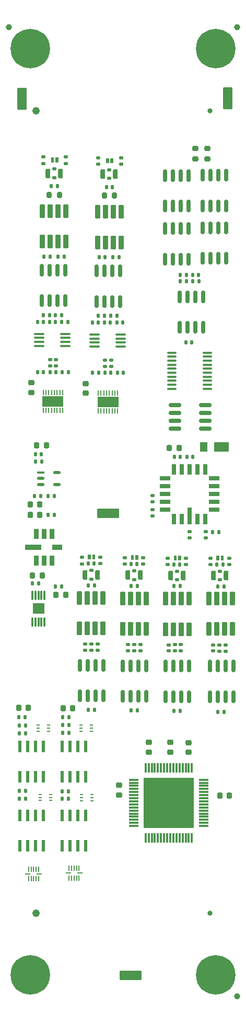
<source format=gbr>
%TF.GenerationSoftware,KiCad,Pcbnew,9.0.6-9.0.6~ubuntu22.04.1*%
%TF.CreationDate,2026-01-06T16:57:28-05:00*%
%TF.ProjectId,psc_daughter_brd,7073635f-6461-4756-9768-7465725f6272,rev?*%
%TF.SameCoordinates,Original*%
%TF.FileFunction,Soldermask,Top*%
%TF.FilePolarity,Negative*%
%FSLAX46Y46*%
G04 Gerber Fmt 4.6, Leading zero omitted, Abs format (unit mm)*
G04 Created by KiCad (PCBNEW 9.0.6-9.0.6~ubuntu22.04.1) date 2026-01-06 16:57:28*
%MOMM*%
%LPD*%
G01*
G04 APERTURE LIST*
G04 Aperture macros list*
%AMRoundRect*
0 Rectangle with rounded corners*
0 $1 Rounding radius*
0 $2 $3 $4 $5 $6 $7 $8 $9 X,Y pos of 4 corners*
0 Add a 4 corners polygon primitive as box body*
4,1,4,$2,$3,$4,$5,$6,$7,$8,$9,$2,$3,0*
0 Add four circle primitives for the rounded corners*
1,1,$1+$1,$2,$3*
1,1,$1+$1,$4,$5*
1,1,$1+$1,$6,$7*
1,1,$1+$1,$8,$9*
0 Add four rect primitives between the rounded corners*
20,1,$1+$1,$2,$3,$4,$5,0*
20,1,$1+$1,$4,$5,$6,$7,0*
20,1,$1+$1,$6,$7,$8,$9,0*
20,1,$1+$1,$8,$9,$2,$3,0*%
G04 Aperture macros list end*
%ADD10C,0.010000*%
%ADD11C,1.000000*%
%ADD12R,0.558800X1.981200*%
%ADD13RoundRect,0.135000X0.135000X0.185000X-0.135000X0.185000X-0.135000X-0.185000X0.135000X-0.185000X0*%
%ADD14RoundRect,0.140000X-0.140000X-0.170000X0.140000X-0.170000X0.140000X0.170000X-0.140000X0.170000X0*%
%ADD15RoundRect,0.190500X-0.190500X-0.571500X0.190500X-0.571500X0.190500X0.571500X-0.190500X0.571500X0*%
%ADD16RoundRect,0.127000X-0.228600X-0.127000X0.228600X-0.127000X0.228600X0.127000X-0.228600X0.127000X0*%
%ADD17RoundRect,0.135000X0.185000X-0.135000X0.185000X0.135000X-0.185000X0.135000X-0.185000X-0.135000X0*%
%ADD18RoundRect,0.200000X0.200000X0.275000X-0.200000X0.275000X-0.200000X-0.275000X0.200000X-0.275000X0*%
%ADD19RoundRect,0.102000X-0.300000X0.985000X-0.300000X-0.985000X0.300000X-0.985000X0.300000X0.985000X0*%
%ADD20RoundRect,0.150000X-0.150000X0.825000X-0.150000X-0.825000X0.150000X-0.825000X0.150000X0.825000X0*%
%ADD21RoundRect,0.140000X0.140000X0.170000X-0.140000X0.170000X-0.140000X-0.170000X0.140000X-0.170000X0*%
%ADD22RoundRect,0.225000X0.250000X-0.225000X0.250000X0.225000X-0.250000X0.225000X-0.250000X-0.225000X0*%
%ADD23RoundRect,0.135000X-0.135000X-0.185000X0.135000X-0.185000X0.135000X0.185000X-0.135000X0.185000X0*%
%ADD24C,3.600000*%
%ADD25C,6.400000*%
%ADD26RoundRect,0.140000X0.170000X-0.140000X0.170000X0.140000X-0.170000X0.140000X-0.170000X-0.140000X0*%
%ADD27RoundRect,0.222222X0.577778X-1.552778X0.577778X1.552778X-0.577778X1.552778X-0.577778X-1.552778X0*%
%ADD28RoundRect,0.135000X-0.185000X0.135000X-0.185000X-0.135000X0.185000X-0.135000X0.185000X0.135000X0*%
%ADD29R,0.203200X0.863600*%
%ADD30R,0.863600X0.203200*%
%ADD31RoundRect,0.150000X-0.825000X-0.150000X0.825000X-0.150000X0.825000X0.150000X-0.825000X0.150000X0*%
%ADD32RoundRect,0.225000X-0.225000X-0.250000X0.225000X-0.250000X0.225000X0.250000X-0.225000X0.250000X0*%
%ADD33RoundRect,0.100000X-0.637500X-0.100000X0.637500X-0.100000X0.637500X0.100000X-0.637500X0.100000X0*%
%ADD34RoundRect,0.200000X0.275000X-0.200000X0.275000X0.200000X-0.275000X0.200000X-0.275000X-0.200000X0*%
%ADD35R,0.609600X0.228600*%
%ADD36RoundRect,0.150000X0.150000X-0.825000X0.150000X0.825000X-0.150000X0.825000X-0.150000X-0.825000X0*%
%ADD37R,1.219200X0.457200*%
%ADD38O,1.219200X0.457200*%
%ADD39R,0.685800X2.717800*%
%ADD40R,0.685800X1.701800*%
%ADD41R,1.701800X0.685800*%
%ADD42RoundRect,0.190500X0.190500X0.571500X-0.190500X0.571500X-0.190500X-0.571500X0.190500X-0.571500X0*%
%ADD43RoundRect,0.127000X0.228600X0.127000X-0.228600X0.127000X-0.228600X-0.127000X0.228600X-0.127000X0*%
%ADD44RoundRect,0.225000X0.225000X0.250000X-0.225000X0.250000X-0.225000X-0.250000X0.225000X-0.250000X0*%
%ADD45RoundRect,0.075000X0.075000X-0.650000X0.075000X0.650000X-0.075000X0.650000X-0.075000X-0.650000X0*%
%ADD46R,1.880000X1.680000*%
%ADD47RoundRect,0.035000X-0.750000X-0.105000X0.750000X-0.105000X0.750000X0.105000X-0.750000X0.105000X0*%
%ADD48RoundRect,0.035000X-0.105000X-0.750000X0.105000X-0.750000X0.105000X0.750000X-0.105000X0.750000X0*%
%ADD49RoundRect,0.102000X-4.000000X-4.000000X4.000000X-4.000000X4.000000X4.000000X-4.000000X4.000000X0*%
%ADD50RoundRect,0.100000X-0.712500X-0.100000X0.712500X-0.100000X0.712500X0.100000X-0.712500X0.100000X0*%
%ADD51RoundRect,0.222222X-1.552778X-0.577778X1.552778X-0.577778X1.552778X0.577778X-1.552778X0.577778X0*%
%ADD52R,0.229200X0.804800*%
%ADD53R,3.400001X1.800000*%
%ADD54R,2.387600X1.498600*%
%ADD55R,1.244600X1.498600*%
%ADD56C,0.830000*%
%ADD57C,1.230000*%
G04 APERTURE END LIST*
D10*
%TO.C,D4*%
X148679500Y-54599300D02*
X148681500Y-54599300D01*
X148684500Y-54600300D01*
X148686500Y-54600300D01*
X148689500Y-54601300D01*
X148691500Y-54602300D01*
X148694500Y-54603300D01*
X148696500Y-54605300D01*
X148698500Y-54606300D01*
X148700500Y-54608300D01*
X148702500Y-54609300D01*
X148704500Y-54611300D01*
X148706500Y-54613300D01*
X148708500Y-54615300D01*
X148710500Y-54617300D01*
X148711500Y-54619300D01*
X148713500Y-54621300D01*
X148714500Y-54623300D01*
X148716500Y-54625300D01*
X148717500Y-54628300D01*
X148718500Y-54630300D01*
X148719500Y-54633300D01*
X148719500Y-54635300D01*
X148720500Y-54638300D01*
X148720500Y-54640300D01*
X148721500Y-54643300D01*
X148721500Y-54645300D01*
X148721500Y-54648300D01*
X148721500Y-55248300D01*
X148721500Y-55251300D01*
X148721500Y-55253300D01*
X148720500Y-55256300D01*
X148720500Y-55258300D01*
X148719500Y-55261300D01*
X148719500Y-55263300D01*
X148718500Y-55266300D01*
X148717500Y-55268300D01*
X148716500Y-55271300D01*
X148714500Y-55273300D01*
X148713500Y-55275300D01*
X148711500Y-55277300D01*
X148710500Y-55279300D01*
X148708500Y-55281300D01*
X148706500Y-55283300D01*
X148704500Y-55285300D01*
X148702500Y-55287300D01*
X148700500Y-55288300D01*
X148698500Y-55290300D01*
X148696500Y-55291300D01*
X148694500Y-55293300D01*
X148691500Y-55294300D01*
X148689500Y-55295300D01*
X148686500Y-55296300D01*
X148684500Y-55296300D01*
X148681500Y-55297300D01*
X148679500Y-55297300D01*
X148676500Y-55298300D01*
X148674500Y-55298300D01*
X148671500Y-55298300D01*
X148371500Y-55298300D01*
X148368500Y-55298300D01*
X148366500Y-55298300D01*
X148363500Y-55297300D01*
X148361500Y-55297300D01*
X148358500Y-55296300D01*
X148356500Y-55296300D01*
X148353500Y-55295300D01*
X148351500Y-55294300D01*
X148348500Y-55293300D01*
X148346500Y-55291300D01*
X148344500Y-55290300D01*
X148342500Y-55288300D01*
X148340500Y-55287300D01*
X148338500Y-55285300D01*
X148336500Y-55283300D01*
X148334500Y-55281300D01*
X148332500Y-55279300D01*
X148331500Y-55277300D01*
X148329500Y-55275300D01*
X148328500Y-55273300D01*
X148326500Y-55271300D01*
X148325500Y-55268300D01*
X148324500Y-55266300D01*
X148323500Y-55263300D01*
X148323500Y-55261300D01*
X148322500Y-55258300D01*
X148322500Y-55256300D01*
X148321500Y-55253300D01*
X148321500Y-55251300D01*
X148321500Y-55248300D01*
X148321500Y-54648300D01*
X148321500Y-54645300D01*
X148321500Y-54643300D01*
X148322500Y-54640300D01*
X148322500Y-54638300D01*
X148323500Y-54635300D01*
X148323500Y-54633300D01*
X148324500Y-54630300D01*
X148325500Y-54628300D01*
X148326500Y-54625300D01*
X148328500Y-54623300D01*
X148329500Y-54621300D01*
X148331500Y-54619300D01*
X148332500Y-54617300D01*
X148334500Y-54615300D01*
X148336500Y-54613300D01*
X148338500Y-54611300D01*
X148340500Y-54609300D01*
X148342500Y-54608300D01*
X148344500Y-54606300D01*
X148346500Y-54605300D01*
X148348500Y-54603300D01*
X148351500Y-54602300D01*
X148353500Y-54601300D01*
X148356500Y-54600300D01*
X148358500Y-54600300D01*
X148361500Y-54599300D01*
X148363500Y-54599300D01*
X148366500Y-54598300D01*
X148368500Y-54598300D01*
X148371500Y-54598300D01*
X148671500Y-54598300D01*
X148674500Y-54598300D01*
X148676500Y-54598300D01*
X148679500Y-54599300D01*
G36*
X148679500Y-54599300D02*
G01*
X148681500Y-54599300D01*
X148684500Y-54600300D01*
X148686500Y-54600300D01*
X148689500Y-54601300D01*
X148691500Y-54602300D01*
X148694500Y-54603300D01*
X148696500Y-54605300D01*
X148698500Y-54606300D01*
X148700500Y-54608300D01*
X148702500Y-54609300D01*
X148704500Y-54611300D01*
X148706500Y-54613300D01*
X148708500Y-54615300D01*
X148710500Y-54617300D01*
X148711500Y-54619300D01*
X148713500Y-54621300D01*
X148714500Y-54623300D01*
X148716500Y-54625300D01*
X148717500Y-54628300D01*
X148718500Y-54630300D01*
X148719500Y-54633300D01*
X148719500Y-54635300D01*
X148720500Y-54638300D01*
X148720500Y-54640300D01*
X148721500Y-54643300D01*
X148721500Y-54645300D01*
X148721500Y-54648300D01*
X148721500Y-55248300D01*
X148721500Y-55251300D01*
X148721500Y-55253300D01*
X148720500Y-55256300D01*
X148720500Y-55258300D01*
X148719500Y-55261300D01*
X148719500Y-55263300D01*
X148718500Y-55266300D01*
X148717500Y-55268300D01*
X148716500Y-55271300D01*
X148714500Y-55273300D01*
X148713500Y-55275300D01*
X148711500Y-55277300D01*
X148710500Y-55279300D01*
X148708500Y-55281300D01*
X148706500Y-55283300D01*
X148704500Y-55285300D01*
X148702500Y-55287300D01*
X148700500Y-55288300D01*
X148698500Y-55290300D01*
X148696500Y-55291300D01*
X148694500Y-55293300D01*
X148691500Y-55294300D01*
X148689500Y-55295300D01*
X148686500Y-55296300D01*
X148684500Y-55296300D01*
X148681500Y-55297300D01*
X148679500Y-55297300D01*
X148676500Y-55298300D01*
X148674500Y-55298300D01*
X148671500Y-55298300D01*
X148371500Y-55298300D01*
X148368500Y-55298300D01*
X148366500Y-55298300D01*
X148363500Y-55297300D01*
X148361500Y-55297300D01*
X148358500Y-55296300D01*
X148356500Y-55296300D01*
X148353500Y-55295300D01*
X148351500Y-55294300D01*
X148348500Y-55293300D01*
X148346500Y-55291300D01*
X148344500Y-55290300D01*
X148342500Y-55288300D01*
X148340500Y-55287300D01*
X148338500Y-55285300D01*
X148336500Y-55283300D01*
X148334500Y-55281300D01*
X148332500Y-55279300D01*
X148331500Y-55277300D01*
X148329500Y-55275300D01*
X148328500Y-55273300D01*
X148326500Y-55271300D01*
X148325500Y-55268300D01*
X148324500Y-55266300D01*
X148323500Y-55263300D01*
X148323500Y-55261300D01*
X148322500Y-55258300D01*
X148322500Y-55256300D01*
X148321500Y-55253300D01*
X148321500Y-55251300D01*
X148321500Y-55248300D01*
X148321500Y-54648300D01*
X148321500Y-54645300D01*
X148321500Y-54643300D01*
X148322500Y-54640300D01*
X148322500Y-54638300D01*
X148323500Y-54635300D01*
X148323500Y-54633300D01*
X148324500Y-54630300D01*
X148325500Y-54628300D01*
X148326500Y-54625300D01*
X148328500Y-54623300D01*
X148329500Y-54621300D01*
X148331500Y-54619300D01*
X148332500Y-54617300D01*
X148334500Y-54615300D01*
X148336500Y-54613300D01*
X148338500Y-54611300D01*
X148340500Y-54609300D01*
X148342500Y-54608300D01*
X148344500Y-54606300D01*
X148346500Y-54605300D01*
X148348500Y-54603300D01*
X148351500Y-54602300D01*
X148353500Y-54601300D01*
X148356500Y-54600300D01*
X148358500Y-54600300D01*
X148361500Y-54599300D01*
X148363500Y-54599300D01*
X148366500Y-54598300D01*
X148368500Y-54598300D01*
X148371500Y-54598300D01*
X148671500Y-54598300D01*
X148674500Y-54598300D01*
X148676500Y-54598300D01*
X148679500Y-54599300D01*
G37*
X149379500Y-54599300D02*
X149381500Y-54599300D01*
X149384500Y-54600300D01*
X149386500Y-54600300D01*
X149389500Y-54601300D01*
X149391500Y-54602300D01*
X149394500Y-54603300D01*
X149396500Y-54605300D01*
X149398500Y-54606300D01*
X149400500Y-54608300D01*
X149402500Y-54609300D01*
X149404500Y-54611300D01*
X149406500Y-54613300D01*
X149408500Y-54615300D01*
X149410500Y-54617300D01*
X149411500Y-54619300D01*
X149413500Y-54621300D01*
X149414500Y-54623300D01*
X149416500Y-54625300D01*
X149417500Y-54628300D01*
X149418500Y-54630300D01*
X149419500Y-54633300D01*
X149419500Y-54635300D01*
X149420500Y-54638300D01*
X149420500Y-54640300D01*
X149421500Y-54643300D01*
X149421500Y-54645300D01*
X149421500Y-54648300D01*
X149421500Y-55248300D01*
X149421500Y-55251300D01*
X149421500Y-55253300D01*
X149420500Y-55256300D01*
X149420500Y-55258300D01*
X149419500Y-55261300D01*
X149419500Y-55263300D01*
X149418500Y-55266300D01*
X149417500Y-55268300D01*
X149416500Y-55271300D01*
X149414500Y-55273300D01*
X149413500Y-55275300D01*
X149411500Y-55277300D01*
X149410500Y-55279300D01*
X149408500Y-55281300D01*
X149406500Y-55283300D01*
X149404500Y-55285300D01*
X149402500Y-55287300D01*
X149400500Y-55288300D01*
X149398500Y-55290300D01*
X149396500Y-55291300D01*
X149394500Y-55293300D01*
X149391500Y-55294300D01*
X149389500Y-55295300D01*
X149386500Y-55296300D01*
X149384500Y-55296300D01*
X149381500Y-55297300D01*
X149379500Y-55297300D01*
X149376500Y-55298300D01*
X149374500Y-55298300D01*
X149371500Y-55298300D01*
X149071500Y-55298300D01*
X149068500Y-55298300D01*
X149066500Y-55298300D01*
X149063500Y-55297300D01*
X149061500Y-55297300D01*
X149058500Y-55296300D01*
X149056500Y-55296300D01*
X149053500Y-55295300D01*
X149051500Y-55294300D01*
X149048500Y-55293300D01*
X149046500Y-55291300D01*
X149044500Y-55290300D01*
X149042500Y-55288300D01*
X149040500Y-55287300D01*
X149038500Y-55285300D01*
X149036500Y-55283300D01*
X149034500Y-55281300D01*
X149032500Y-55279300D01*
X149031500Y-55277300D01*
X149029500Y-55275300D01*
X149028500Y-55273300D01*
X149026500Y-55271300D01*
X149025500Y-55268300D01*
X149024500Y-55266300D01*
X149023500Y-55263300D01*
X149023500Y-55261300D01*
X149022500Y-55258300D01*
X149022500Y-55256300D01*
X149021500Y-55253300D01*
X149021500Y-55251300D01*
X149021500Y-55248300D01*
X149021500Y-54648300D01*
X149021500Y-54645300D01*
X149021500Y-54643300D01*
X149022500Y-54640300D01*
X149022500Y-54638300D01*
X149023500Y-54635300D01*
X149023500Y-54633300D01*
X149024500Y-54630300D01*
X149025500Y-54628300D01*
X149026500Y-54625300D01*
X149028500Y-54623300D01*
X149029500Y-54621300D01*
X149031500Y-54619300D01*
X149032500Y-54617300D01*
X149034500Y-54615300D01*
X149036500Y-54613300D01*
X149038500Y-54611300D01*
X149040500Y-54609300D01*
X149042500Y-54608300D01*
X149044500Y-54606300D01*
X149046500Y-54605300D01*
X149048500Y-54603300D01*
X149051500Y-54602300D01*
X149053500Y-54601300D01*
X149056500Y-54600300D01*
X149058500Y-54600300D01*
X149061500Y-54599300D01*
X149063500Y-54599300D01*
X149066500Y-54598300D01*
X149068500Y-54598300D01*
X149071500Y-54598300D01*
X149371500Y-54598300D01*
X149374500Y-54598300D01*
X149376500Y-54598300D01*
X149379500Y-54599300D01*
G36*
X149379500Y-54599300D02*
G01*
X149381500Y-54599300D01*
X149384500Y-54600300D01*
X149386500Y-54600300D01*
X149389500Y-54601300D01*
X149391500Y-54602300D01*
X149394500Y-54603300D01*
X149396500Y-54605300D01*
X149398500Y-54606300D01*
X149400500Y-54608300D01*
X149402500Y-54609300D01*
X149404500Y-54611300D01*
X149406500Y-54613300D01*
X149408500Y-54615300D01*
X149410500Y-54617300D01*
X149411500Y-54619300D01*
X149413500Y-54621300D01*
X149414500Y-54623300D01*
X149416500Y-54625300D01*
X149417500Y-54628300D01*
X149418500Y-54630300D01*
X149419500Y-54633300D01*
X149419500Y-54635300D01*
X149420500Y-54638300D01*
X149420500Y-54640300D01*
X149421500Y-54643300D01*
X149421500Y-54645300D01*
X149421500Y-54648300D01*
X149421500Y-55248300D01*
X149421500Y-55251300D01*
X149421500Y-55253300D01*
X149420500Y-55256300D01*
X149420500Y-55258300D01*
X149419500Y-55261300D01*
X149419500Y-55263300D01*
X149418500Y-55266300D01*
X149417500Y-55268300D01*
X149416500Y-55271300D01*
X149414500Y-55273300D01*
X149413500Y-55275300D01*
X149411500Y-55277300D01*
X149410500Y-55279300D01*
X149408500Y-55281300D01*
X149406500Y-55283300D01*
X149404500Y-55285300D01*
X149402500Y-55287300D01*
X149400500Y-55288300D01*
X149398500Y-55290300D01*
X149396500Y-55291300D01*
X149394500Y-55293300D01*
X149391500Y-55294300D01*
X149389500Y-55295300D01*
X149386500Y-55296300D01*
X149384500Y-55296300D01*
X149381500Y-55297300D01*
X149379500Y-55297300D01*
X149376500Y-55298300D01*
X149374500Y-55298300D01*
X149371500Y-55298300D01*
X149071500Y-55298300D01*
X149068500Y-55298300D01*
X149066500Y-55298300D01*
X149063500Y-55297300D01*
X149061500Y-55297300D01*
X149058500Y-55296300D01*
X149056500Y-55296300D01*
X149053500Y-55295300D01*
X149051500Y-55294300D01*
X149048500Y-55293300D01*
X149046500Y-55291300D01*
X149044500Y-55290300D01*
X149042500Y-55288300D01*
X149040500Y-55287300D01*
X149038500Y-55285300D01*
X149036500Y-55283300D01*
X149034500Y-55281300D01*
X149032500Y-55279300D01*
X149031500Y-55277300D01*
X149029500Y-55275300D01*
X149028500Y-55273300D01*
X149026500Y-55271300D01*
X149025500Y-55268300D01*
X149024500Y-55266300D01*
X149023500Y-55263300D01*
X149023500Y-55261300D01*
X149022500Y-55258300D01*
X149022500Y-55256300D01*
X149021500Y-55253300D01*
X149021500Y-55251300D01*
X149021500Y-55248300D01*
X149021500Y-54648300D01*
X149021500Y-54645300D01*
X149021500Y-54643300D01*
X149022500Y-54640300D01*
X149022500Y-54638300D01*
X149023500Y-54635300D01*
X149023500Y-54633300D01*
X149024500Y-54630300D01*
X149025500Y-54628300D01*
X149026500Y-54625300D01*
X149028500Y-54623300D01*
X149029500Y-54621300D01*
X149031500Y-54619300D01*
X149032500Y-54617300D01*
X149034500Y-54615300D01*
X149036500Y-54613300D01*
X149038500Y-54611300D01*
X149040500Y-54609300D01*
X149042500Y-54608300D01*
X149044500Y-54606300D01*
X149046500Y-54605300D01*
X149048500Y-54603300D01*
X149051500Y-54602300D01*
X149053500Y-54601300D01*
X149056500Y-54600300D01*
X149058500Y-54600300D01*
X149061500Y-54599300D01*
X149063500Y-54599300D01*
X149066500Y-54598300D01*
X149068500Y-54598300D01*
X149071500Y-54598300D01*
X149371500Y-54598300D01*
X149374500Y-54598300D01*
X149376500Y-54598300D01*
X149379500Y-54599300D01*
G37*
%TO.C,U32*%
X146640000Y-118050000D02*
X144140000Y-118050000D01*
X144140000Y-117350000D01*
X146640000Y-117350000D01*
X146640000Y-118050000D01*
G36*
X146640000Y-118050000D02*
G01*
X144140000Y-118050000D01*
X144140000Y-117350000D01*
X146640000Y-117350000D01*
X146640000Y-118050000D01*
G37*
X146220000Y-116300000D02*
X145520000Y-116300000D01*
X145520000Y-114800000D01*
X146220000Y-114800000D01*
X146220000Y-116300000D01*
G36*
X146220000Y-116300000D02*
G01*
X145520000Y-116300000D01*
X145520000Y-114800000D01*
X146220000Y-114800000D01*
X146220000Y-116300000D01*
G37*
X146220000Y-120600000D02*
X145520000Y-120600000D01*
X145520000Y-119100000D01*
X146220000Y-119100000D01*
X146220000Y-120600000D01*
G36*
X146220000Y-120600000D02*
G01*
X145520000Y-120600000D01*
X145520000Y-119100000D01*
X146220000Y-119100000D01*
X146220000Y-120600000D01*
G37*
X147490000Y-116300000D02*
X146790000Y-116300000D01*
X146790000Y-114800000D01*
X147490000Y-114800000D01*
X147490000Y-116300000D01*
G36*
X147490000Y-116300000D02*
G01*
X146790000Y-116300000D01*
X146790000Y-114800000D01*
X147490000Y-114800000D01*
X147490000Y-116300000D01*
G37*
X147490000Y-120600000D02*
X146790000Y-120600000D01*
X146790000Y-119100000D01*
X147490000Y-119100000D01*
X147490000Y-120600000D01*
G36*
X147490000Y-120600000D02*
G01*
X146790000Y-120600000D01*
X146790000Y-119100000D01*
X147490000Y-119100000D01*
X147490000Y-120600000D01*
G37*
X148760000Y-116300000D02*
X148060000Y-116300000D01*
X148060000Y-114800000D01*
X148760000Y-114800000D01*
X148760000Y-116300000D01*
G36*
X148760000Y-116300000D02*
G01*
X148060000Y-116300000D01*
X148060000Y-114800000D01*
X148760000Y-114800000D01*
X148760000Y-116300000D01*
G37*
X148760000Y-120600000D02*
X148060000Y-120600000D01*
X148060000Y-119100000D01*
X148760000Y-119100000D01*
X148760000Y-120600000D01*
G36*
X148760000Y-120600000D02*
G01*
X148060000Y-120600000D01*
X148060000Y-119100000D01*
X148760000Y-119100000D01*
X148760000Y-120600000D01*
G37*
X150040000Y-118050000D02*
X148540000Y-118050000D01*
X148540000Y-117350000D01*
X150040000Y-117350000D01*
X150040000Y-118050000D01*
G36*
X150040000Y-118050000D02*
G01*
X148540000Y-118050000D01*
X148540000Y-117350000D01*
X150040000Y-117350000D01*
X150040000Y-118050000D01*
G37*
%TO.C,D7*%
X154663000Y-118934150D02*
X154665000Y-118934150D01*
X154668000Y-118935150D01*
X154670000Y-118935150D01*
X154673000Y-118936150D01*
X154675000Y-118937150D01*
X154678000Y-118938150D01*
X154680000Y-118940150D01*
X154682000Y-118941150D01*
X154684000Y-118943150D01*
X154686000Y-118944150D01*
X154688000Y-118946150D01*
X154690000Y-118948150D01*
X154692000Y-118950150D01*
X154694000Y-118952150D01*
X154695000Y-118954150D01*
X154697000Y-118956150D01*
X154698000Y-118958150D01*
X154700000Y-118960150D01*
X154701000Y-118963150D01*
X154702000Y-118965150D01*
X154703000Y-118968150D01*
X154703000Y-118970150D01*
X154704000Y-118973150D01*
X154704000Y-118975150D01*
X154705000Y-118978150D01*
X154705000Y-118980150D01*
X154705000Y-118983150D01*
X154705000Y-119583150D01*
X154705000Y-119586150D01*
X154705000Y-119588150D01*
X154704000Y-119591150D01*
X154704000Y-119593150D01*
X154703000Y-119596150D01*
X154703000Y-119598150D01*
X154702000Y-119601150D01*
X154701000Y-119603150D01*
X154700000Y-119606150D01*
X154698000Y-119608150D01*
X154697000Y-119610150D01*
X154695000Y-119612150D01*
X154694000Y-119614150D01*
X154692000Y-119616150D01*
X154690000Y-119618150D01*
X154688000Y-119620150D01*
X154686000Y-119622150D01*
X154684000Y-119623150D01*
X154682000Y-119625150D01*
X154680000Y-119626150D01*
X154678000Y-119628150D01*
X154675000Y-119629150D01*
X154673000Y-119630150D01*
X154670000Y-119631150D01*
X154668000Y-119631150D01*
X154665000Y-119632150D01*
X154663000Y-119632150D01*
X154660000Y-119633150D01*
X154658000Y-119633150D01*
X154655000Y-119633150D01*
X154355000Y-119633150D01*
X154352000Y-119633150D01*
X154350000Y-119633150D01*
X154347000Y-119632150D01*
X154345000Y-119632150D01*
X154342000Y-119631150D01*
X154340000Y-119631150D01*
X154337000Y-119630150D01*
X154335000Y-119629150D01*
X154332000Y-119628150D01*
X154330000Y-119626150D01*
X154328000Y-119625150D01*
X154326000Y-119623150D01*
X154324000Y-119622150D01*
X154322000Y-119620150D01*
X154320000Y-119618150D01*
X154318000Y-119616150D01*
X154316000Y-119614150D01*
X154315000Y-119612150D01*
X154313000Y-119610150D01*
X154312000Y-119608150D01*
X154310000Y-119606150D01*
X154309000Y-119603150D01*
X154308000Y-119601150D01*
X154307000Y-119598150D01*
X154307000Y-119596150D01*
X154306000Y-119593150D01*
X154306000Y-119591150D01*
X154305000Y-119588150D01*
X154305000Y-119586150D01*
X154305000Y-119583150D01*
X154305000Y-118983150D01*
X154305000Y-118980150D01*
X154305000Y-118978150D01*
X154306000Y-118975150D01*
X154306000Y-118973150D01*
X154307000Y-118970150D01*
X154307000Y-118968150D01*
X154308000Y-118965150D01*
X154309000Y-118963150D01*
X154310000Y-118960150D01*
X154312000Y-118958150D01*
X154313000Y-118956150D01*
X154315000Y-118954150D01*
X154316000Y-118952150D01*
X154318000Y-118950150D01*
X154320000Y-118948150D01*
X154322000Y-118946150D01*
X154324000Y-118944150D01*
X154326000Y-118943150D01*
X154328000Y-118941150D01*
X154330000Y-118940150D01*
X154332000Y-118938150D01*
X154335000Y-118937150D01*
X154337000Y-118936150D01*
X154340000Y-118935150D01*
X154342000Y-118935150D01*
X154345000Y-118934150D01*
X154347000Y-118934150D01*
X154350000Y-118933150D01*
X154352000Y-118933150D01*
X154355000Y-118933150D01*
X154655000Y-118933150D01*
X154658000Y-118933150D01*
X154660000Y-118933150D01*
X154663000Y-118934150D01*
G36*
X154663000Y-118934150D02*
G01*
X154665000Y-118934150D01*
X154668000Y-118935150D01*
X154670000Y-118935150D01*
X154673000Y-118936150D01*
X154675000Y-118937150D01*
X154678000Y-118938150D01*
X154680000Y-118940150D01*
X154682000Y-118941150D01*
X154684000Y-118943150D01*
X154686000Y-118944150D01*
X154688000Y-118946150D01*
X154690000Y-118948150D01*
X154692000Y-118950150D01*
X154694000Y-118952150D01*
X154695000Y-118954150D01*
X154697000Y-118956150D01*
X154698000Y-118958150D01*
X154700000Y-118960150D01*
X154701000Y-118963150D01*
X154702000Y-118965150D01*
X154703000Y-118968150D01*
X154703000Y-118970150D01*
X154704000Y-118973150D01*
X154704000Y-118975150D01*
X154705000Y-118978150D01*
X154705000Y-118980150D01*
X154705000Y-118983150D01*
X154705000Y-119583150D01*
X154705000Y-119586150D01*
X154705000Y-119588150D01*
X154704000Y-119591150D01*
X154704000Y-119593150D01*
X154703000Y-119596150D01*
X154703000Y-119598150D01*
X154702000Y-119601150D01*
X154701000Y-119603150D01*
X154700000Y-119606150D01*
X154698000Y-119608150D01*
X154697000Y-119610150D01*
X154695000Y-119612150D01*
X154694000Y-119614150D01*
X154692000Y-119616150D01*
X154690000Y-119618150D01*
X154688000Y-119620150D01*
X154686000Y-119622150D01*
X154684000Y-119623150D01*
X154682000Y-119625150D01*
X154680000Y-119626150D01*
X154678000Y-119628150D01*
X154675000Y-119629150D01*
X154673000Y-119630150D01*
X154670000Y-119631150D01*
X154668000Y-119631150D01*
X154665000Y-119632150D01*
X154663000Y-119632150D01*
X154660000Y-119633150D01*
X154658000Y-119633150D01*
X154655000Y-119633150D01*
X154355000Y-119633150D01*
X154352000Y-119633150D01*
X154350000Y-119633150D01*
X154347000Y-119632150D01*
X154345000Y-119632150D01*
X154342000Y-119631150D01*
X154340000Y-119631150D01*
X154337000Y-119630150D01*
X154335000Y-119629150D01*
X154332000Y-119628150D01*
X154330000Y-119626150D01*
X154328000Y-119625150D01*
X154326000Y-119623150D01*
X154324000Y-119622150D01*
X154322000Y-119620150D01*
X154320000Y-119618150D01*
X154318000Y-119616150D01*
X154316000Y-119614150D01*
X154315000Y-119612150D01*
X154313000Y-119610150D01*
X154312000Y-119608150D01*
X154310000Y-119606150D01*
X154309000Y-119603150D01*
X154308000Y-119601150D01*
X154307000Y-119598150D01*
X154307000Y-119596150D01*
X154306000Y-119593150D01*
X154306000Y-119591150D01*
X154305000Y-119588150D01*
X154305000Y-119586150D01*
X154305000Y-119583150D01*
X154305000Y-118983150D01*
X154305000Y-118980150D01*
X154305000Y-118978150D01*
X154306000Y-118975150D01*
X154306000Y-118973150D01*
X154307000Y-118970150D01*
X154307000Y-118968150D01*
X154308000Y-118965150D01*
X154309000Y-118963150D01*
X154310000Y-118960150D01*
X154312000Y-118958150D01*
X154313000Y-118956150D01*
X154315000Y-118954150D01*
X154316000Y-118952150D01*
X154318000Y-118950150D01*
X154320000Y-118948150D01*
X154322000Y-118946150D01*
X154324000Y-118944150D01*
X154326000Y-118943150D01*
X154328000Y-118941150D01*
X154330000Y-118940150D01*
X154332000Y-118938150D01*
X154335000Y-118937150D01*
X154337000Y-118936150D01*
X154340000Y-118935150D01*
X154342000Y-118935150D01*
X154345000Y-118934150D01*
X154347000Y-118934150D01*
X154350000Y-118933150D01*
X154352000Y-118933150D01*
X154355000Y-118933150D01*
X154655000Y-118933150D01*
X154658000Y-118933150D01*
X154660000Y-118933150D01*
X154663000Y-118934150D01*
G37*
X155363000Y-118934150D02*
X155365000Y-118934150D01*
X155368000Y-118935150D01*
X155370000Y-118935150D01*
X155373000Y-118936150D01*
X155375000Y-118937150D01*
X155378000Y-118938150D01*
X155380000Y-118940150D01*
X155382000Y-118941150D01*
X155384000Y-118943150D01*
X155386000Y-118944150D01*
X155388000Y-118946150D01*
X155390000Y-118948150D01*
X155392000Y-118950150D01*
X155394000Y-118952150D01*
X155395000Y-118954150D01*
X155397000Y-118956150D01*
X155398000Y-118958150D01*
X155400000Y-118960150D01*
X155401000Y-118963150D01*
X155402000Y-118965150D01*
X155403000Y-118968150D01*
X155403000Y-118970150D01*
X155404000Y-118973150D01*
X155404000Y-118975150D01*
X155405000Y-118978150D01*
X155405000Y-118980150D01*
X155405000Y-118983150D01*
X155405000Y-119583150D01*
X155405000Y-119586150D01*
X155405000Y-119588150D01*
X155404000Y-119591150D01*
X155404000Y-119593150D01*
X155403000Y-119596150D01*
X155403000Y-119598150D01*
X155402000Y-119601150D01*
X155401000Y-119603150D01*
X155400000Y-119606150D01*
X155398000Y-119608150D01*
X155397000Y-119610150D01*
X155395000Y-119612150D01*
X155394000Y-119614150D01*
X155392000Y-119616150D01*
X155390000Y-119618150D01*
X155388000Y-119620150D01*
X155386000Y-119622150D01*
X155384000Y-119623150D01*
X155382000Y-119625150D01*
X155380000Y-119626150D01*
X155378000Y-119628150D01*
X155375000Y-119629150D01*
X155373000Y-119630150D01*
X155370000Y-119631150D01*
X155368000Y-119631150D01*
X155365000Y-119632150D01*
X155363000Y-119632150D01*
X155360000Y-119633150D01*
X155358000Y-119633150D01*
X155355000Y-119633150D01*
X155055000Y-119633150D01*
X155052000Y-119633150D01*
X155050000Y-119633150D01*
X155047000Y-119632150D01*
X155045000Y-119632150D01*
X155042000Y-119631150D01*
X155040000Y-119631150D01*
X155037000Y-119630150D01*
X155035000Y-119629150D01*
X155032000Y-119628150D01*
X155030000Y-119626150D01*
X155028000Y-119625150D01*
X155026000Y-119623150D01*
X155024000Y-119622150D01*
X155022000Y-119620150D01*
X155020000Y-119618150D01*
X155018000Y-119616150D01*
X155016000Y-119614150D01*
X155015000Y-119612150D01*
X155013000Y-119610150D01*
X155012000Y-119608150D01*
X155010000Y-119606150D01*
X155009000Y-119603150D01*
X155008000Y-119601150D01*
X155007000Y-119598150D01*
X155007000Y-119596150D01*
X155006000Y-119593150D01*
X155006000Y-119591150D01*
X155005000Y-119588150D01*
X155005000Y-119586150D01*
X155005000Y-119583150D01*
X155005000Y-118983150D01*
X155005000Y-118980150D01*
X155005000Y-118978150D01*
X155006000Y-118975150D01*
X155006000Y-118973150D01*
X155007000Y-118970150D01*
X155007000Y-118968150D01*
X155008000Y-118965150D01*
X155009000Y-118963150D01*
X155010000Y-118960150D01*
X155012000Y-118958150D01*
X155013000Y-118956150D01*
X155015000Y-118954150D01*
X155016000Y-118952150D01*
X155018000Y-118950150D01*
X155020000Y-118948150D01*
X155022000Y-118946150D01*
X155024000Y-118944150D01*
X155026000Y-118943150D01*
X155028000Y-118941150D01*
X155030000Y-118940150D01*
X155032000Y-118938150D01*
X155035000Y-118937150D01*
X155037000Y-118936150D01*
X155040000Y-118935150D01*
X155042000Y-118935150D01*
X155045000Y-118934150D01*
X155047000Y-118934150D01*
X155050000Y-118933150D01*
X155052000Y-118933150D01*
X155055000Y-118933150D01*
X155355000Y-118933150D01*
X155358000Y-118933150D01*
X155360000Y-118933150D01*
X155363000Y-118934150D01*
G36*
X155363000Y-118934150D02*
G01*
X155365000Y-118934150D01*
X155368000Y-118935150D01*
X155370000Y-118935150D01*
X155373000Y-118936150D01*
X155375000Y-118937150D01*
X155378000Y-118938150D01*
X155380000Y-118940150D01*
X155382000Y-118941150D01*
X155384000Y-118943150D01*
X155386000Y-118944150D01*
X155388000Y-118946150D01*
X155390000Y-118948150D01*
X155392000Y-118950150D01*
X155394000Y-118952150D01*
X155395000Y-118954150D01*
X155397000Y-118956150D01*
X155398000Y-118958150D01*
X155400000Y-118960150D01*
X155401000Y-118963150D01*
X155402000Y-118965150D01*
X155403000Y-118968150D01*
X155403000Y-118970150D01*
X155404000Y-118973150D01*
X155404000Y-118975150D01*
X155405000Y-118978150D01*
X155405000Y-118980150D01*
X155405000Y-118983150D01*
X155405000Y-119583150D01*
X155405000Y-119586150D01*
X155405000Y-119588150D01*
X155404000Y-119591150D01*
X155404000Y-119593150D01*
X155403000Y-119596150D01*
X155403000Y-119598150D01*
X155402000Y-119601150D01*
X155401000Y-119603150D01*
X155400000Y-119606150D01*
X155398000Y-119608150D01*
X155397000Y-119610150D01*
X155395000Y-119612150D01*
X155394000Y-119614150D01*
X155392000Y-119616150D01*
X155390000Y-119618150D01*
X155388000Y-119620150D01*
X155386000Y-119622150D01*
X155384000Y-119623150D01*
X155382000Y-119625150D01*
X155380000Y-119626150D01*
X155378000Y-119628150D01*
X155375000Y-119629150D01*
X155373000Y-119630150D01*
X155370000Y-119631150D01*
X155368000Y-119631150D01*
X155365000Y-119632150D01*
X155363000Y-119632150D01*
X155360000Y-119633150D01*
X155358000Y-119633150D01*
X155355000Y-119633150D01*
X155055000Y-119633150D01*
X155052000Y-119633150D01*
X155050000Y-119633150D01*
X155047000Y-119632150D01*
X155045000Y-119632150D01*
X155042000Y-119631150D01*
X155040000Y-119631150D01*
X155037000Y-119630150D01*
X155035000Y-119629150D01*
X155032000Y-119628150D01*
X155030000Y-119626150D01*
X155028000Y-119625150D01*
X155026000Y-119623150D01*
X155024000Y-119622150D01*
X155022000Y-119620150D01*
X155020000Y-119618150D01*
X155018000Y-119616150D01*
X155016000Y-119614150D01*
X155015000Y-119612150D01*
X155013000Y-119610150D01*
X155012000Y-119608150D01*
X155010000Y-119606150D01*
X155009000Y-119603150D01*
X155008000Y-119601150D01*
X155007000Y-119598150D01*
X155007000Y-119596150D01*
X155006000Y-119593150D01*
X155006000Y-119591150D01*
X155005000Y-119588150D01*
X155005000Y-119586150D01*
X155005000Y-119583150D01*
X155005000Y-118983150D01*
X155005000Y-118980150D01*
X155005000Y-118978150D01*
X155006000Y-118975150D01*
X155006000Y-118973150D01*
X155007000Y-118970150D01*
X155007000Y-118968150D01*
X155008000Y-118965150D01*
X155009000Y-118963150D01*
X155010000Y-118960150D01*
X155012000Y-118958150D01*
X155013000Y-118956150D01*
X155015000Y-118954150D01*
X155016000Y-118952150D01*
X155018000Y-118950150D01*
X155020000Y-118948150D01*
X155022000Y-118946150D01*
X155024000Y-118944150D01*
X155026000Y-118943150D01*
X155028000Y-118941150D01*
X155030000Y-118940150D01*
X155032000Y-118938150D01*
X155035000Y-118937150D01*
X155037000Y-118936150D01*
X155040000Y-118935150D01*
X155042000Y-118935150D01*
X155045000Y-118934150D01*
X155047000Y-118934150D01*
X155050000Y-118933150D01*
X155052000Y-118933150D01*
X155055000Y-118933150D01*
X155355000Y-118933150D01*
X155358000Y-118933150D01*
X155360000Y-118933150D01*
X155363000Y-118934150D01*
G37*
%TO.C,D2*%
X168563000Y-119051000D02*
X168565000Y-119051000D01*
X168568000Y-119052000D01*
X168570000Y-119052000D01*
X168573000Y-119053000D01*
X168575000Y-119054000D01*
X168578000Y-119055000D01*
X168580000Y-119057000D01*
X168582000Y-119058000D01*
X168584000Y-119060000D01*
X168586000Y-119061000D01*
X168588000Y-119063000D01*
X168590000Y-119065000D01*
X168592000Y-119067000D01*
X168594000Y-119069000D01*
X168595000Y-119071000D01*
X168597000Y-119073000D01*
X168598000Y-119075000D01*
X168600000Y-119077000D01*
X168601000Y-119080000D01*
X168602000Y-119082000D01*
X168603000Y-119085000D01*
X168603000Y-119087000D01*
X168604000Y-119090000D01*
X168604000Y-119092000D01*
X168605000Y-119095000D01*
X168605000Y-119097000D01*
X168605000Y-119100000D01*
X168605000Y-119700000D01*
X168605000Y-119703000D01*
X168605000Y-119705000D01*
X168604000Y-119708000D01*
X168604000Y-119710000D01*
X168603000Y-119713000D01*
X168603000Y-119715000D01*
X168602000Y-119718000D01*
X168601000Y-119720000D01*
X168600000Y-119723000D01*
X168598000Y-119725000D01*
X168597000Y-119727000D01*
X168595000Y-119729000D01*
X168594000Y-119731000D01*
X168592000Y-119733000D01*
X168590000Y-119735000D01*
X168588000Y-119737000D01*
X168586000Y-119739000D01*
X168584000Y-119740000D01*
X168582000Y-119742000D01*
X168580000Y-119743000D01*
X168578000Y-119745000D01*
X168575000Y-119746000D01*
X168573000Y-119747000D01*
X168570000Y-119748000D01*
X168568000Y-119748000D01*
X168565000Y-119749000D01*
X168563000Y-119749000D01*
X168560000Y-119750000D01*
X168558000Y-119750000D01*
X168555000Y-119750000D01*
X168255000Y-119750000D01*
X168252000Y-119750000D01*
X168250000Y-119750000D01*
X168247000Y-119749000D01*
X168245000Y-119749000D01*
X168242000Y-119748000D01*
X168240000Y-119748000D01*
X168237000Y-119747000D01*
X168235000Y-119746000D01*
X168232000Y-119745000D01*
X168230000Y-119743000D01*
X168228000Y-119742000D01*
X168226000Y-119740000D01*
X168224000Y-119739000D01*
X168222000Y-119737000D01*
X168220000Y-119735000D01*
X168218000Y-119733000D01*
X168216000Y-119731000D01*
X168215000Y-119729000D01*
X168213000Y-119727000D01*
X168212000Y-119725000D01*
X168210000Y-119723000D01*
X168209000Y-119720000D01*
X168208000Y-119718000D01*
X168207000Y-119715000D01*
X168207000Y-119713000D01*
X168206000Y-119710000D01*
X168206000Y-119708000D01*
X168205000Y-119705000D01*
X168205000Y-119703000D01*
X168205000Y-119700000D01*
X168205000Y-119100000D01*
X168205000Y-119097000D01*
X168205000Y-119095000D01*
X168206000Y-119092000D01*
X168206000Y-119090000D01*
X168207000Y-119087000D01*
X168207000Y-119085000D01*
X168208000Y-119082000D01*
X168209000Y-119080000D01*
X168210000Y-119077000D01*
X168212000Y-119075000D01*
X168213000Y-119073000D01*
X168215000Y-119071000D01*
X168216000Y-119069000D01*
X168218000Y-119067000D01*
X168220000Y-119065000D01*
X168222000Y-119063000D01*
X168224000Y-119061000D01*
X168226000Y-119060000D01*
X168228000Y-119058000D01*
X168230000Y-119057000D01*
X168232000Y-119055000D01*
X168235000Y-119054000D01*
X168237000Y-119053000D01*
X168240000Y-119052000D01*
X168242000Y-119052000D01*
X168245000Y-119051000D01*
X168247000Y-119051000D01*
X168250000Y-119050000D01*
X168252000Y-119050000D01*
X168255000Y-119050000D01*
X168555000Y-119050000D01*
X168558000Y-119050000D01*
X168560000Y-119050000D01*
X168563000Y-119051000D01*
G36*
X168563000Y-119051000D02*
G01*
X168565000Y-119051000D01*
X168568000Y-119052000D01*
X168570000Y-119052000D01*
X168573000Y-119053000D01*
X168575000Y-119054000D01*
X168578000Y-119055000D01*
X168580000Y-119057000D01*
X168582000Y-119058000D01*
X168584000Y-119060000D01*
X168586000Y-119061000D01*
X168588000Y-119063000D01*
X168590000Y-119065000D01*
X168592000Y-119067000D01*
X168594000Y-119069000D01*
X168595000Y-119071000D01*
X168597000Y-119073000D01*
X168598000Y-119075000D01*
X168600000Y-119077000D01*
X168601000Y-119080000D01*
X168602000Y-119082000D01*
X168603000Y-119085000D01*
X168603000Y-119087000D01*
X168604000Y-119090000D01*
X168604000Y-119092000D01*
X168605000Y-119095000D01*
X168605000Y-119097000D01*
X168605000Y-119100000D01*
X168605000Y-119700000D01*
X168605000Y-119703000D01*
X168605000Y-119705000D01*
X168604000Y-119708000D01*
X168604000Y-119710000D01*
X168603000Y-119713000D01*
X168603000Y-119715000D01*
X168602000Y-119718000D01*
X168601000Y-119720000D01*
X168600000Y-119723000D01*
X168598000Y-119725000D01*
X168597000Y-119727000D01*
X168595000Y-119729000D01*
X168594000Y-119731000D01*
X168592000Y-119733000D01*
X168590000Y-119735000D01*
X168588000Y-119737000D01*
X168586000Y-119739000D01*
X168584000Y-119740000D01*
X168582000Y-119742000D01*
X168580000Y-119743000D01*
X168578000Y-119745000D01*
X168575000Y-119746000D01*
X168573000Y-119747000D01*
X168570000Y-119748000D01*
X168568000Y-119748000D01*
X168565000Y-119749000D01*
X168563000Y-119749000D01*
X168560000Y-119750000D01*
X168558000Y-119750000D01*
X168555000Y-119750000D01*
X168255000Y-119750000D01*
X168252000Y-119750000D01*
X168250000Y-119750000D01*
X168247000Y-119749000D01*
X168245000Y-119749000D01*
X168242000Y-119748000D01*
X168240000Y-119748000D01*
X168237000Y-119747000D01*
X168235000Y-119746000D01*
X168232000Y-119745000D01*
X168230000Y-119743000D01*
X168228000Y-119742000D01*
X168226000Y-119740000D01*
X168224000Y-119739000D01*
X168222000Y-119737000D01*
X168220000Y-119735000D01*
X168218000Y-119733000D01*
X168216000Y-119731000D01*
X168215000Y-119729000D01*
X168213000Y-119727000D01*
X168212000Y-119725000D01*
X168210000Y-119723000D01*
X168209000Y-119720000D01*
X168208000Y-119718000D01*
X168207000Y-119715000D01*
X168207000Y-119713000D01*
X168206000Y-119710000D01*
X168206000Y-119708000D01*
X168205000Y-119705000D01*
X168205000Y-119703000D01*
X168205000Y-119700000D01*
X168205000Y-119100000D01*
X168205000Y-119097000D01*
X168205000Y-119095000D01*
X168206000Y-119092000D01*
X168206000Y-119090000D01*
X168207000Y-119087000D01*
X168207000Y-119085000D01*
X168208000Y-119082000D01*
X168209000Y-119080000D01*
X168210000Y-119077000D01*
X168212000Y-119075000D01*
X168213000Y-119073000D01*
X168215000Y-119071000D01*
X168216000Y-119069000D01*
X168218000Y-119067000D01*
X168220000Y-119065000D01*
X168222000Y-119063000D01*
X168224000Y-119061000D01*
X168226000Y-119060000D01*
X168228000Y-119058000D01*
X168230000Y-119057000D01*
X168232000Y-119055000D01*
X168235000Y-119054000D01*
X168237000Y-119053000D01*
X168240000Y-119052000D01*
X168242000Y-119052000D01*
X168245000Y-119051000D01*
X168247000Y-119051000D01*
X168250000Y-119050000D01*
X168252000Y-119050000D01*
X168255000Y-119050000D01*
X168555000Y-119050000D01*
X168558000Y-119050000D01*
X168560000Y-119050000D01*
X168563000Y-119051000D01*
G37*
X169263000Y-119051000D02*
X169265000Y-119051000D01*
X169268000Y-119052000D01*
X169270000Y-119052000D01*
X169273000Y-119053000D01*
X169275000Y-119054000D01*
X169278000Y-119055000D01*
X169280000Y-119057000D01*
X169282000Y-119058000D01*
X169284000Y-119060000D01*
X169286000Y-119061000D01*
X169288000Y-119063000D01*
X169290000Y-119065000D01*
X169292000Y-119067000D01*
X169294000Y-119069000D01*
X169295000Y-119071000D01*
X169297000Y-119073000D01*
X169298000Y-119075000D01*
X169300000Y-119077000D01*
X169301000Y-119080000D01*
X169302000Y-119082000D01*
X169303000Y-119085000D01*
X169303000Y-119087000D01*
X169304000Y-119090000D01*
X169304000Y-119092000D01*
X169305000Y-119095000D01*
X169305000Y-119097000D01*
X169305000Y-119100000D01*
X169305000Y-119700000D01*
X169305000Y-119703000D01*
X169305000Y-119705000D01*
X169304000Y-119708000D01*
X169304000Y-119710000D01*
X169303000Y-119713000D01*
X169303000Y-119715000D01*
X169302000Y-119718000D01*
X169301000Y-119720000D01*
X169300000Y-119723000D01*
X169298000Y-119725000D01*
X169297000Y-119727000D01*
X169295000Y-119729000D01*
X169294000Y-119731000D01*
X169292000Y-119733000D01*
X169290000Y-119735000D01*
X169288000Y-119737000D01*
X169286000Y-119739000D01*
X169284000Y-119740000D01*
X169282000Y-119742000D01*
X169280000Y-119743000D01*
X169278000Y-119745000D01*
X169275000Y-119746000D01*
X169273000Y-119747000D01*
X169270000Y-119748000D01*
X169268000Y-119748000D01*
X169265000Y-119749000D01*
X169263000Y-119749000D01*
X169260000Y-119750000D01*
X169258000Y-119750000D01*
X169255000Y-119750000D01*
X168955000Y-119750000D01*
X168952000Y-119750000D01*
X168950000Y-119750000D01*
X168947000Y-119749000D01*
X168945000Y-119749000D01*
X168942000Y-119748000D01*
X168940000Y-119748000D01*
X168937000Y-119747000D01*
X168935000Y-119746000D01*
X168932000Y-119745000D01*
X168930000Y-119743000D01*
X168928000Y-119742000D01*
X168926000Y-119740000D01*
X168924000Y-119739000D01*
X168922000Y-119737000D01*
X168920000Y-119735000D01*
X168918000Y-119733000D01*
X168916000Y-119731000D01*
X168915000Y-119729000D01*
X168913000Y-119727000D01*
X168912000Y-119725000D01*
X168910000Y-119723000D01*
X168909000Y-119720000D01*
X168908000Y-119718000D01*
X168907000Y-119715000D01*
X168907000Y-119713000D01*
X168906000Y-119710000D01*
X168906000Y-119708000D01*
X168905000Y-119705000D01*
X168905000Y-119703000D01*
X168905000Y-119700000D01*
X168905000Y-119100000D01*
X168905000Y-119097000D01*
X168905000Y-119095000D01*
X168906000Y-119092000D01*
X168906000Y-119090000D01*
X168907000Y-119087000D01*
X168907000Y-119085000D01*
X168908000Y-119082000D01*
X168909000Y-119080000D01*
X168910000Y-119077000D01*
X168912000Y-119075000D01*
X168913000Y-119073000D01*
X168915000Y-119071000D01*
X168916000Y-119069000D01*
X168918000Y-119067000D01*
X168920000Y-119065000D01*
X168922000Y-119063000D01*
X168924000Y-119061000D01*
X168926000Y-119060000D01*
X168928000Y-119058000D01*
X168930000Y-119057000D01*
X168932000Y-119055000D01*
X168935000Y-119054000D01*
X168937000Y-119053000D01*
X168940000Y-119052000D01*
X168942000Y-119052000D01*
X168945000Y-119051000D01*
X168947000Y-119051000D01*
X168950000Y-119050000D01*
X168952000Y-119050000D01*
X168955000Y-119050000D01*
X169255000Y-119050000D01*
X169258000Y-119050000D01*
X169260000Y-119050000D01*
X169263000Y-119051000D01*
G36*
X169263000Y-119051000D02*
G01*
X169265000Y-119051000D01*
X169268000Y-119052000D01*
X169270000Y-119052000D01*
X169273000Y-119053000D01*
X169275000Y-119054000D01*
X169278000Y-119055000D01*
X169280000Y-119057000D01*
X169282000Y-119058000D01*
X169284000Y-119060000D01*
X169286000Y-119061000D01*
X169288000Y-119063000D01*
X169290000Y-119065000D01*
X169292000Y-119067000D01*
X169294000Y-119069000D01*
X169295000Y-119071000D01*
X169297000Y-119073000D01*
X169298000Y-119075000D01*
X169300000Y-119077000D01*
X169301000Y-119080000D01*
X169302000Y-119082000D01*
X169303000Y-119085000D01*
X169303000Y-119087000D01*
X169304000Y-119090000D01*
X169304000Y-119092000D01*
X169305000Y-119095000D01*
X169305000Y-119097000D01*
X169305000Y-119100000D01*
X169305000Y-119700000D01*
X169305000Y-119703000D01*
X169305000Y-119705000D01*
X169304000Y-119708000D01*
X169304000Y-119710000D01*
X169303000Y-119713000D01*
X169303000Y-119715000D01*
X169302000Y-119718000D01*
X169301000Y-119720000D01*
X169300000Y-119723000D01*
X169298000Y-119725000D01*
X169297000Y-119727000D01*
X169295000Y-119729000D01*
X169294000Y-119731000D01*
X169292000Y-119733000D01*
X169290000Y-119735000D01*
X169288000Y-119737000D01*
X169286000Y-119739000D01*
X169284000Y-119740000D01*
X169282000Y-119742000D01*
X169280000Y-119743000D01*
X169278000Y-119745000D01*
X169275000Y-119746000D01*
X169273000Y-119747000D01*
X169270000Y-119748000D01*
X169268000Y-119748000D01*
X169265000Y-119749000D01*
X169263000Y-119749000D01*
X169260000Y-119750000D01*
X169258000Y-119750000D01*
X169255000Y-119750000D01*
X168955000Y-119750000D01*
X168952000Y-119750000D01*
X168950000Y-119750000D01*
X168947000Y-119749000D01*
X168945000Y-119749000D01*
X168942000Y-119748000D01*
X168940000Y-119748000D01*
X168937000Y-119747000D01*
X168935000Y-119746000D01*
X168932000Y-119745000D01*
X168930000Y-119743000D01*
X168928000Y-119742000D01*
X168926000Y-119740000D01*
X168924000Y-119739000D01*
X168922000Y-119737000D01*
X168920000Y-119735000D01*
X168918000Y-119733000D01*
X168916000Y-119731000D01*
X168915000Y-119729000D01*
X168913000Y-119727000D01*
X168912000Y-119725000D01*
X168910000Y-119723000D01*
X168909000Y-119720000D01*
X168908000Y-119718000D01*
X168907000Y-119715000D01*
X168907000Y-119713000D01*
X168906000Y-119710000D01*
X168906000Y-119708000D01*
X168905000Y-119705000D01*
X168905000Y-119703000D01*
X168905000Y-119700000D01*
X168905000Y-119100000D01*
X168905000Y-119097000D01*
X168905000Y-119095000D01*
X168906000Y-119092000D01*
X168906000Y-119090000D01*
X168907000Y-119087000D01*
X168907000Y-119085000D01*
X168908000Y-119082000D01*
X168909000Y-119080000D01*
X168910000Y-119077000D01*
X168912000Y-119075000D01*
X168913000Y-119073000D01*
X168915000Y-119071000D01*
X168916000Y-119069000D01*
X168918000Y-119067000D01*
X168920000Y-119065000D01*
X168922000Y-119063000D01*
X168924000Y-119061000D01*
X168926000Y-119060000D01*
X168928000Y-119058000D01*
X168930000Y-119057000D01*
X168932000Y-119055000D01*
X168935000Y-119054000D01*
X168937000Y-119053000D01*
X168940000Y-119052000D01*
X168942000Y-119052000D01*
X168945000Y-119051000D01*
X168947000Y-119051000D01*
X168950000Y-119050000D01*
X168952000Y-119050000D01*
X168955000Y-119050000D01*
X169255000Y-119050000D01*
X169258000Y-119050000D01*
X169260000Y-119050000D01*
X169263000Y-119051000D01*
G37*
%TO.C,D3*%
X175493000Y-119066000D02*
X175495000Y-119066000D01*
X175498000Y-119067000D01*
X175500000Y-119067000D01*
X175503000Y-119068000D01*
X175505000Y-119069000D01*
X175508000Y-119070000D01*
X175510000Y-119072000D01*
X175512000Y-119073000D01*
X175514000Y-119075000D01*
X175516000Y-119076000D01*
X175518000Y-119078000D01*
X175520000Y-119080000D01*
X175522000Y-119082000D01*
X175524000Y-119084000D01*
X175525000Y-119086000D01*
X175527000Y-119088000D01*
X175528000Y-119090000D01*
X175530000Y-119092000D01*
X175531000Y-119095000D01*
X175532000Y-119097000D01*
X175533000Y-119100000D01*
X175533000Y-119102000D01*
X175534000Y-119105000D01*
X175534000Y-119107000D01*
X175535000Y-119110000D01*
X175535000Y-119112000D01*
X175535000Y-119115000D01*
X175535000Y-119715000D01*
X175535000Y-119718000D01*
X175535000Y-119720000D01*
X175534000Y-119723000D01*
X175534000Y-119725000D01*
X175533000Y-119728000D01*
X175533000Y-119730000D01*
X175532000Y-119733000D01*
X175531000Y-119735000D01*
X175530000Y-119738000D01*
X175528000Y-119740000D01*
X175527000Y-119742000D01*
X175525000Y-119744000D01*
X175524000Y-119746000D01*
X175522000Y-119748000D01*
X175520000Y-119750000D01*
X175518000Y-119752000D01*
X175516000Y-119754000D01*
X175514000Y-119755000D01*
X175512000Y-119757000D01*
X175510000Y-119758000D01*
X175508000Y-119760000D01*
X175505000Y-119761000D01*
X175503000Y-119762000D01*
X175500000Y-119763000D01*
X175498000Y-119763000D01*
X175495000Y-119764000D01*
X175493000Y-119764000D01*
X175490000Y-119765000D01*
X175488000Y-119765000D01*
X175485000Y-119765000D01*
X175185000Y-119765000D01*
X175182000Y-119765000D01*
X175180000Y-119765000D01*
X175177000Y-119764000D01*
X175175000Y-119764000D01*
X175172000Y-119763000D01*
X175170000Y-119763000D01*
X175167000Y-119762000D01*
X175165000Y-119761000D01*
X175162000Y-119760000D01*
X175160000Y-119758000D01*
X175158000Y-119757000D01*
X175156000Y-119755000D01*
X175154000Y-119754000D01*
X175152000Y-119752000D01*
X175150000Y-119750000D01*
X175148000Y-119748000D01*
X175146000Y-119746000D01*
X175145000Y-119744000D01*
X175143000Y-119742000D01*
X175142000Y-119740000D01*
X175140000Y-119738000D01*
X175139000Y-119735000D01*
X175138000Y-119733000D01*
X175137000Y-119730000D01*
X175137000Y-119728000D01*
X175136000Y-119725000D01*
X175136000Y-119723000D01*
X175135000Y-119720000D01*
X175135000Y-119718000D01*
X175135000Y-119715000D01*
X175135000Y-119115000D01*
X175135000Y-119112000D01*
X175135000Y-119110000D01*
X175136000Y-119107000D01*
X175136000Y-119105000D01*
X175137000Y-119102000D01*
X175137000Y-119100000D01*
X175138000Y-119097000D01*
X175139000Y-119095000D01*
X175140000Y-119092000D01*
X175142000Y-119090000D01*
X175143000Y-119088000D01*
X175145000Y-119086000D01*
X175146000Y-119084000D01*
X175148000Y-119082000D01*
X175150000Y-119080000D01*
X175152000Y-119078000D01*
X175154000Y-119076000D01*
X175156000Y-119075000D01*
X175158000Y-119073000D01*
X175160000Y-119072000D01*
X175162000Y-119070000D01*
X175165000Y-119069000D01*
X175167000Y-119068000D01*
X175170000Y-119067000D01*
X175172000Y-119067000D01*
X175175000Y-119066000D01*
X175177000Y-119066000D01*
X175180000Y-119065000D01*
X175182000Y-119065000D01*
X175185000Y-119065000D01*
X175485000Y-119065000D01*
X175488000Y-119065000D01*
X175490000Y-119065000D01*
X175493000Y-119066000D01*
G36*
X175493000Y-119066000D02*
G01*
X175495000Y-119066000D01*
X175498000Y-119067000D01*
X175500000Y-119067000D01*
X175503000Y-119068000D01*
X175505000Y-119069000D01*
X175508000Y-119070000D01*
X175510000Y-119072000D01*
X175512000Y-119073000D01*
X175514000Y-119075000D01*
X175516000Y-119076000D01*
X175518000Y-119078000D01*
X175520000Y-119080000D01*
X175522000Y-119082000D01*
X175524000Y-119084000D01*
X175525000Y-119086000D01*
X175527000Y-119088000D01*
X175528000Y-119090000D01*
X175530000Y-119092000D01*
X175531000Y-119095000D01*
X175532000Y-119097000D01*
X175533000Y-119100000D01*
X175533000Y-119102000D01*
X175534000Y-119105000D01*
X175534000Y-119107000D01*
X175535000Y-119110000D01*
X175535000Y-119112000D01*
X175535000Y-119115000D01*
X175535000Y-119715000D01*
X175535000Y-119718000D01*
X175535000Y-119720000D01*
X175534000Y-119723000D01*
X175534000Y-119725000D01*
X175533000Y-119728000D01*
X175533000Y-119730000D01*
X175532000Y-119733000D01*
X175531000Y-119735000D01*
X175530000Y-119738000D01*
X175528000Y-119740000D01*
X175527000Y-119742000D01*
X175525000Y-119744000D01*
X175524000Y-119746000D01*
X175522000Y-119748000D01*
X175520000Y-119750000D01*
X175518000Y-119752000D01*
X175516000Y-119754000D01*
X175514000Y-119755000D01*
X175512000Y-119757000D01*
X175510000Y-119758000D01*
X175508000Y-119760000D01*
X175505000Y-119761000D01*
X175503000Y-119762000D01*
X175500000Y-119763000D01*
X175498000Y-119763000D01*
X175495000Y-119764000D01*
X175493000Y-119764000D01*
X175490000Y-119765000D01*
X175488000Y-119765000D01*
X175485000Y-119765000D01*
X175185000Y-119765000D01*
X175182000Y-119765000D01*
X175180000Y-119765000D01*
X175177000Y-119764000D01*
X175175000Y-119764000D01*
X175172000Y-119763000D01*
X175170000Y-119763000D01*
X175167000Y-119762000D01*
X175165000Y-119761000D01*
X175162000Y-119760000D01*
X175160000Y-119758000D01*
X175158000Y-119757000D01*
X175156000Y-119755000D01*
X175154000Y-119754000D01*
X175152000Y-119752000D01*
X175150000Y-119750000D01*
X175148000Y-119748000D01*
X175146000Y-119746000D01*
X175145000Y-119744000D01*
X175143000Y-119742000D01*
X175142000Y-119740000D01*
X175140000Y-119738000D01*
X175139000Y-119735000D01*
X175138000Y-119733000D01*
X175137000Y-119730000D01*
X175137000Y-119728000D01*
X175136000Y-119725000D01*
X175136000Y-119723000D01*
X175135000Y-119720000D01*
X175135000Y-119718000D01*
X175135000Y-119715000D01*
X175135000Y-119115000D01*
X175135000Y-119112000D01*
X175135000Y-119110000D01*
X175136000Y-119107000D01*
X175136000Y-119105000D01*
X175137000Y-119102000D01*
X175137000Y-119100000D01*
X175138000Y-119097000D01*
X175139000Y-119095000D01*
X175140000Y-119092000D01*
X175142000Y-119090000D01*
X175143000Y-119088000D01*
X175145000Y-119086000D01*
X175146000Y-119084000D01*
X175148000Y-119082000D01*
X175150000Y-119080000D01*
X175152000Y-119078000D01*
X175154000Y-119076000D01*
X175156000Y-119075000D01*
X175158000Y-119073000D01*
X175160000Y-119072000D01*
X175162000Y-119070000D01*
X175165000Y-119069000D01*
X175167000Y-119068000D01*
X175170000Y-119067000D01*
X175172000Y-119067000D01*
X175175000Y-119066000D01*
X175177000Y-119066000D01*
X175180000Y-119065000D01*
X175182000Y-119065000D01*
X175185000Y-119065000D01*
X175485000Y-119065000D01*
X175488000Y-119065000D01*
X175490000Y-119065000D01*
X175493000Y-119066000D01*
G37*
X176193000Y-119066000D02*
X176195000Y-119066000D01*
X176198000Y-119067000D01*
X176200000Y-119067000D01*
X176203000Y-119068000D01*
X176205000Y-119069000D01*
X176208000Y-119070000D01*
X176210000Y-119072000D01*
X176212000Y-119073000D01*
X176214000Y-119075000D01*
X176216000Y-119076000D01*
X176218000Y-119078000D01*
X176220000Y-119080000D01*
X176222000Y-119082000D01*
X176224000Y-119084000D01*
X176225000Y-119086000D01*
X176227000Y-119088000D01*
X176228000Y-119090000D01*
X176230000Y-119092000D01*
X176231000Y-119095000D01*
X176232000Y-119097000D01*
X176233000Y-119100000D01*
X176233000Y-119102000D01*
X176234000Y-119105000D01*
X176234000Y-119107000D01*
X176235000Y-119110000D01*
X176235000Y-119112000D01*
X176235000Y-119115000D01*
X176235000Y-119715000D01*
X176235000Y-119718000D01*
X176235000Y-119720000D01*
X176234000Y-119723000D01*
X176234000Y-119725000D01*
X176233000Y-119728000D01*
X176233000Y-119730000D01*
X176232000Y-119733000D01*
X176231000Y-119735000D01*
X176230000Y-119738000D01*
X176228000Y-119740000D01*
X176227000Y-119742000D01*
X176225000Y-119744000D01*
X176224000Y-119746000D01*
X176222000Y-119748000D01*
X176220000Y-119750000D01*
X176218000Y-119752000D01*
X176216000Y-119754000D01*
X176214000Y-119755000D01*
X176212000Y-119757000D01*
X176210000Y-119758000D01*
X176208000Y-119760000D01*
X176205000Y-119761000D01*
X176203000Y-119762000D01*
X176200000Y-119763000D01*
X176198000Y-119763000D01*
X176195000Y-119764000D01*
X176193000Y-119764000D01*
X176190000Y-119765000D01*
X176188000Y-119765000D01*
X176185000Y-119765000D01*
X175885000Y-119765000D01*
X175882000Y-119765000D01*
X175880000Y-119765000D01*
X175877000Y-119764000D01*
X175875000Y-119764000D01*
X175872000Y-119763000D01*
X175870000Y-119763000D01*
X175867000Y-119762000D01*
X175865000Y-119761000D01*
X175862000Y-119760000D01*
X175860000Y-119758000D01*
X175858000Y-119757000D01*
X175856000Y-119755000D01*
X175854000Y-119754000D01*
X175852000Y-119752000D01*
X175850000Y-119750000D01*
X175848000Y-119748000D01*
X175846000Y-119746000D01*
X175845000Y-119744000D01*
X175843000Y-119742000D01*
X175842000Y-119740000D01*
X175840000Y-119738000D01*
X175839000Y-119735000D01*
X175838000Y-119733000D01*
X175837000Y-119730000D01*
X175837000Y-119728000D01*
X175836000Y-119725000D01*
X175836000Y-119723000D01*
X175835000Y-119720000D01*
X175835000Y-119718000D01*
X175835000Y-119715000D01*
X175835000Y-119115000D01*
X175835000Y-119112000D01*
X175835000Y-119110000D01*
X175836000Y-119107000D01*
X175836000Y-119105000D01*
X175837000Y-119102000D01*
X175837000Y-119100000D01*
X175838000Y-119097000D01*
X175839000Y-119095000D01*
X175840000Y-119092000D01*
X175842000Y-119090000D01*
X175843000Y-119088000D01*
X175845000Y-119086000D01*
X175846000Y-119084000D01*
X175848000Y-119082000D01*
X175850000Y-119080000D01*
X175852000Y-119078000D01*
X175854000Y-119076000D01*
X175856000Y-119075000D01*
X175858000Y-119073000D01*
X175860000Y-119072000D01*
X175862000Y-119070000D01*
X175865000Y-119069000D01*
X175867000Y-119068000D01*
X175870000Y-119067000D01*
X175872000Y-119067000D01*
X175875000Y-119066000D01*
X175877000Y-119066000D01*
X175880000Y-119065000D01*
X175882000Y-119065000D01*
X175885000Y-119065000D01*
X176185000Y-119065000D01*
X176188000Y-119065000D01*
X176190000Y-119065000D01*
X176193000Y-119066000D01*
G36*
X176193000Y-119066000D02*
G01*
X176195000Y-119066000D01*
X176198000Y-119067000D01*
X176200000Y-119067000D01*
X176203000Y-119068000D01*
X176205000Y-119069000D01*
X176208000Y-119070000D01*
X176210000Y-119072000D01*
X176212000Y-119073000D01*
X176214000Y-119075000D01*
X176216000Y-119076000D01*
X176218000Y-119078000D01*
X176220000Y-119080000D01*
X176222000Y-119082000D01*
X176224000Y-119084000D01*
X176225000Y-119086000D01*
X176227000Y-119088000D01*
X176228000Y-119090000D01*
X176230000Y-119092000D01*
X176231000Y-119095000D01*
X176232000Y-119097000D01*
X176233000Y-119100000D01*
X176233000Y-119102000D01*
X176234000Y-119105000D01*
X176234000Y-119107000D01*
X176235000Y-119110000D01*
X176235000Y-119112000D01*
X176235000Y-119115000D01*
X176235000Y-119715000D01*
X176235000Y-119718000D01*
X176235000Y-119720000D01*
X176234000Y-119723000D01*
X176234000Y-119725000D01*
X176233000Y-119728000D01*
X176233000Y-119730000D01*
X176232000Y-119733000D01*
X176231000Y-119735000D01*
X176230000Y-119738000D01*
X176228000Y-119740000D01*
X176227000Y-119742000D01*
X176225000Y-119744000D01*
X176224000Y-119746000D01*
X176222000Y-119748000D01*
X176220000Y-119750000D01*
X176218000Y-119752000D01*
X176216000Y-119754000D01*
X176214000Y-119755000D01*
X176212000Y-119757000D01*
X176210000Y-119758000D01*
X176208000Y-119760000D01*
X176205000Y-119761000D01*
X176203000Y-119762000D01*
X176200000Y-119763000D01*
X176198000Y-119763000D01*
X176195000Y-119764000D01*
X176193000Y-119764000D01*
X176190000Y-119765000D01*
X176188000Y-119765000D01*
X176185000Y-119765000D01*
X175885000Y-119765000D01*
X175882000Y-119765000D01*
X175880000Y-119765000D01*
X175877000Y-119764000D01*
X175875000Y-119764000D01*
X175872000Y-119763000D01*
X175870000Y-119763000D01*
X175867000Y-119762000D01*
X175865000Y-119761000D01*
X175862000Y-119760000D01*
X175860000Y-119758000D01*
X175858000Y-119757000D01*
X175856000Y-119755000D01*
X175854000Y-119754000D01*
X175852000Y-119752000D01*
X175850000Y-119750000D01*
X175848000Y-119748000D01*
X175846000Y-119746000D01*
X175845000Y-119744000D01*
X175843000Y-119742000D01*
X175842000Y-119740000D01*
X175840000Y-119738000D01*
X175839000Y-119735000D01*
X175838000Y-119733000D01*
X175837000Y-119730000D01*
X175837000Y-119728000D01*
X175836000Y-119725000D01*
X175836000Y-119723000D01*
X175835000Y-119720000D01*
X175835000Y-119718000D01*
X175835000Y-119715000D01*
X175835000Y-119115000D01*
X175835000Y-119112000D01*
X175835000Y-119110000D01*
X175836000Y-119107000D01*
X175836000Y-119105000D01*
X175837000Y-119102000D01*
X175837000Y-119100000D01*
X175838000Y-119097000D01*
X175839000Y-119095000D01*
X175840000Y-119092000D01*
X175842000Y-119090000D01*
X175843000Y-119088000D01*
X175845000Y-119086000D01*
X175846000Y-119084000D01*
X175848000Y-119082000D01*
X175850000Y-119080000D01*
X175852000Y-119078000D01*
X175854000Y-119076000D01*
X175856000Y-119075000D01*
X175858000Y-119073000D01*
X175860000Y-119072000D01*
X175862000Y-119070000D01*
X175865000Y-119069000D01*
X175867000Y-119068000D01*
X175870000Y-119067000D01*
X175872000Y-119067000D01*
X175875000Y-119066000D01*
X175877000Y-119066000D01*
X175880000Y-119065000D01*
X175882000Y-119065000D01*
X175885000Y-119065000D01*
X176185000Y-119065000D01*
X176188000Y-119065000D01*
X176190000Y-119065000D01*
X176193000Y-119066000D01*
G37*
%TO.C,D5*%
X157595500Y-54713500D02*
X157597500Y-54713500D01*
X157600500Y-54714500D01*
X157602500Y-54714500D01*
X157605500Y-54715500D01*
X157607500Y-54716500D01*
X157610500Y-54717500D01*
X157612500Y-54719500D01*
X157614500Y-54720500D01*
X157616500Y-54722500D01*
X157618500Y-54723500D01*
X157620500Y-54725500D01*
X157622500Y-54727500D01*
X157624500Y-54729500D01*
X157626500Y-54731500D01*
X157627500Y-54733500D01*
X157629500Y-54735500D01*
X157630500Y-54737500D01*
X157632500Y-54739500D01*
X157633500Y-54742500D01*
X157634500Y-54744500D01*
X157635500Y-54747500D01*
X157635500Y-54749500D01*
X157636500Y-54752500D01*
X157636500Y-54754500D01*
X157637500Y-54757500D01*
X157637500Y-54759500D01*
X157637500Y-54762500D01*
X157637500Y-55362500D01*
X157637500Y-55365500D01*
X157637500Y-55367500D01*
X157636500Y-55370500D01*
X157636500Y-55372500D01*
X157635500Y-55375500D01*
X157635500Y-55377500D01*
X157634500Y-55380500D01*
X157633500Y-55382500D01*
X157632500Y-55385500D01*
X157630500Y-55387500D01*
X157629500Y-55389500D01*
X157627500Y-55391500D01*
X157626500Y-55393500D01*
X157624500Y-55395500D01*
X157622500Y-55397500D01*
X157620500Y-55399500D01*
X157618500Y-55401500D01*
X157616500Y-55402500D01*
X157614500Y-55404500D01*
X157612500Y-55405500D01*
X157610500Y-55407500D01*
X157607500Y-55408500D01*
X157605500Y-55409500D01*
X157602500Y-55410500D01*
X157600500Y-55410500D01*
X157597500Y-55411500D01*
X157595500Y-55411500D01*
X157592500Y-55412500D01*
X157590500Y-55412500D01*
X157587500Y-55412500D01*
X157287500Y-55412500D01*
X157284500Y-55412500D01*
X157282500Y-55412500D01*
X157279500Y-55411500D01*
X157277500Y-55411500D01*
X157274500Y-55410500D01*
X157272500Y-55410500D01*
X157269500Y-55409500D01*
X157267500Y-55408500D01*
X157264500Y-55407500D01*
X157262500Y-55405500D01*
X157260500Y-55404500D01*
X157258500Y-55402500D01*
X157256500Y-55401500D01*
X157254500Y-55399500D01*
X157252500Y-55397500D01*
X157250500Y-55395500D01*
X157248500Y-55393500D01*
X157247500Y-55391500D01*
X157245500Y-55389500D01*
X157244500Y-55387500D01*
X157242500Y-55385500D01*
X157241500Y-55382500D01*
X157240500Y-55380500D01*
X157239500Y-55377500D01*
X157239500Y-55375500D01*
X157238500Y-55372500D01*
X157238500Y-55370500D01*
X157237500Y-55367500D01*
X157237500Y-55365500D01*
X157237500Y-55362500D01*
X157237500Y-54762500D01*
X157237500Y-54759500D01*
X157237500Y-54757500D01*
X157238500Y-54754500D01*
X157238500Y-54752500D01*
X157239500Y-54749500D01*
X157239500Y-54747500D01*
X157240500Y-54744500D01*
X157241500Y-54742500D01*
X157242500Y-54739500D01*
X157244500Y-54737500D01*
X157245500Y-54735500D01*
X157247500Y-54733500D01*
X157248500Y-54731500D01*
X157250500Y-54729500D01*
X157252500Y-54727500D01*
X157254500Y-54725500D01*
X157256500Y-54723500D01*
X157258500Y-54722500D01*
X157260500Y-54720500D01*
X157262500Y-54719500D01*
X157264500Y-54717500D01*
X157267500Y-54716500D01*
X157269500Y-54715500D01*
X157272500Y-54714500D01*
X157274500Y-54714500D01*
X157277500Y-54713500D01*
X157279500Y-54713500D01*
X157282500Y-54712500D01*
X157284500Y-54712500D01*
X157287500Y-54712500D01*
X157587500Y-54712500D01*
X157590500Y-54712500D01*
X157592500Y-54712500D01*
X157595500Y-54713500D01*
G36*
X157595500Y-54713500D02*
G01*
X157597500Y-54713500D01*
X157600500Y-54714500D01*
X157602500Y-54714500D01*
X157605500Y-54715500D01*
X157607500Y-54716500D01*
X157610500Y-54717500D01*
X157612500Y-54719500D01*
X157614500Y-54720500D01*
X157616500Y-54722500D01*
X157618500Y-54723500D01*
X157620500Y-54725500D01*
X157622500Y-54727500D01*
X157624500Y-54729500D01*
X157626500Y-54731500D01*
X157627500Y-54733500D01*
X157629500Y-54735500D01*
X157630500Y-54737500D01*
X157632500Y-54739500D01*
X157633500Y-54742500D01*
X157634500Y-54744500D01*
X157635500Y-54747500D01*
X157635500Y-54749500D01*
X157636500Y-54752500D01*
X157636500Y-54754500D01*
X157637500Y-54757500D01*
X157637500Y-54759500D01*
X157637500Y-54762500D01*
X157637500Y-55362500D01*
X157637500Y-55365500D01*
X157637500Y-55367500D01*
X157636500Y-55370500D01*
X157636500Y-55372500D01*
X157635500Y-55375500D01*
X157635500Y-55377500D01*
X157634500Y-55380500D01*
X157633500Y-55382500D01*
X157632500Y-55385500D01*
X157630500Y-55387500D01*
X157629500Y-55389500D01*
X157627500Y-55391500D01*
X157626500Y-55393500D01*
X157624500Y-55395500D01*
X157622500Y-55397500D01*
X157620500Y-55399500D01*
X157618500Y-55401500D01*
X157616500Y-55402500D01*
X157614500Y-55404500D01*
X157612500Y-55405500D01*
X157610500Y-55407500D01*
X157607500Y-55408500D01*
X157605500Y-55409500D01*
X157602500Y-55410500D01*
X157600500Y-55410500D01*
X157597500Y-55411500D01*
X157595500Y-55411500D01*
X157592500Y-55412500D01*
X157590500Y-55412500D01*
X157587500Y-55412500D01*
X157287500Y-55412500D01*
X157284500Y-55412500D01*
X157282500Y-55412500D01*
X157279500Y-55411500D01*
X157277500Y-55411500D01*
X157274500Y-55410500D01*
X157272500Y-55410500D01*
X157269500Y-55409500D01*
X157267500Y-55408500D01*
X157264500Y-55407500D01*
X157262500Y-55405500D01*
X157260500Y-55404500D01*
X157258500Y-55402500D01*
X157256500Y-55401500D01*
X157254500Y-55399500D01*
X157252500Y-55397500D01*
X157250500Y-55395500D01*
X157248500Y-55393500D01*
X157247500Y-55391500D01*
X157245500Y-55389500D01*
X157244500Y-55387500D01*
X157242500Y-55385500D01*
X157241500Y-55382500D01*
X157240500Y-55380500D01*
X157239500Y-55377500D01*
X157239500Y-55375500D01*
X157238500Y-55372500D01*
X157238500Y-55370500D01*
X157237500Y-55367500D01*
X157237500Y-55365500D01*
X157237500Y-55362500D01*
X157237500Y-54762500D01*
X157237500Y-54759500D01*
X157237500Y-54757500D01*
X157238500Y-54754500D01*
X157238500Y-54752500D01*
X157239500Y-54749500D01*
X157239500Y-54747500D01*
X157240500Y-54744500D01*
X157241500Y-54742500D01*
X157242500Y-54739500D01*
X157244500Y-54737500D01*
X157245500Y-54735500D01*
X157247500Y-54733500D01*
X157248500Y-54731500D01*
X157250500Y-54729500D01*
X157252500Y-54727500D01*
X157254500Y-54725500D01*
X157256500Y-54723500D01*
X157258500Y-54722500D01*
X157260500Y-54720500D01*
X157262500Y-54719500D01*
X157264500Y-54717500D01*
X157267500Y-54716500D01*
X157269500Y-54715500D01*
X157272500Y-54714500D01*
X157274500Y-54714500D01*
X157277500Y-54713500D01*
X157279500Y-54713500D01*
X157282500Y-54712500D01*
X157284500Y-54712500D01*
X157287500Y-54712500D01*
X157587500Y-54712500D01*
X157590500Y-54712500D01*
X157592500Y-54712500D01*
X157595500Y-54713500D01*
G37*
X158295500Y-54713500D02*
X158297500Y-54713500D01*
X158300500Y-54714500D01*
X158302500Y-54714500D01*
X158305500Y-54715500D01*
X158307500Y-54716500D01*
X158310500Y-54717500D01*
X158312500Y-54719500D01*
X158314500Y-54720500D01*
X158316500Y-54722500D01*
X158318500Y-54723500D01*
X158320500Y-54725500D01*
X158322500Y-54727500D01*
X158324500Y-54729500D01*
X158326500Y-54731500D01*
X158327500Y-54733500D01*
X158329500Y-54735500D01*
X158330500Y-54737500D01*
X158332500Y-54739500D01*
X158333500Y-54742500D01*
X158334500Y-54744500D01*
X158335500Y-54747500D01*
X158335500Y-54749500D01*
X158336500Y-54752500D01*
X158336500Y-54754500D01*
X158337500Y-54757500D01*
X158337500Y-54759500D01*
X158337500Y-54762500D01*
X158337500Y-55362500D01*
X158337500Y-55365500D01*
X158337500Y-55367500D01*
X158336500Y-55370500D01*
X158336500Y-55372500D01*
X158335500Y-55375500D01*
X158335500Y-55377500D01*
X158334500Y-55380500D01*
X158333500Y-55382500D01*
X158332500Y-55385500D01*
X158330500Y-55387500D01*
X158329500Y-55389500D01*
X158327500Y-55391500D01*
X158326500Y-55393500D01*
X158324500Y-55395500D01*
X158322500Y-55397500D01*
X158320500Y-55399500D01*
X158318500Y-55401500D01*
X158316500Y-55402500D01*
X158314500Y-55404500D01*
X158312500Y-55405500D01*
X158310500Y-55407500D01*
X158307500Y-55408500D01*
X158305500Y-55409500D01*
X158302500Y-55410500D01*
X158300500Y-55410500D01*
X158297500Y-55411500D01*
X158295500Y-55411500D01*
X158292500Y-55412500D01*
X158290500Y-55412500D01*
X158287500Y-55412500D01*
X157987500Y-55412500D01*
X157984500Y-55412500D01*
X157982500Y-55412500D01*
X157979500Y-55411500D01*
X157977500Y-55411500D01*
X157974500Y-55410500D01*
X157972500Y-55410500D01*
X157969500Y-55409500D01*
X157967500Y-55408500D01*
X157964500Y-55407500D01*
X157962500Y-55405500D01*
X157960500Y-55404500D01*
X157958500Y-55402500D01*
X157956500Y-55401500D01*
X157954500Y-55399500D01*
X157952500Y-55397500D01*
X157950500Y-55395500D01*
X157948500Y-55393500D01*
X157947500Y-55391500D01*
X157945500Y-55389500D01*
X157944500Y-55387500D01*
X157942500Y-55385500D01*
X157941500Y-55382500D01*
X157940500Y-55380500D01*
X157939500Y-55377500D01*
X157939500Y-55375500D01*
X157938500Y-55372500D01*
X157938500Y-55370500D01*
X157937500Y-55367500D01*
X157937500Y-55365500D01*
X157937500Y-55362500D01*
X157937500Y-54762500D01*
X157937500Y-54759500D01*
X157937500Y-54757500D01*
X157938500Y-54754500D01*
X157938500Y-54752500D01*
X157939500Y-54749500D01*
X157939500Y-54747500D01*
X157940500Y-54744500D01*
X157941500Y-54742500D01*
X157942500Y-54739500D01*
X157944500Y-54737500D01*
X157945500Y-54735500D01*
X157947500Y-54733500D01*
X157948500Y-54731500D01*
X157950500Y-54729500D01*
X157952500Y-54727500D01*
X157954500Y-54725500D01*
X157956500Y-54723500D01*
X157958500Y-54722500D01*
X157960500Y-54720500D01*
X157962500Y-54719500D01*
X157964500Y-54717500D01*
X157967500Y-54716500D01*
X157969500Y-54715500D01*
X157972500Y-54714500D01*
X157974500Y-54714500D01*
X157977500Y-54713500D01*
X157979500Y-54713500D01*
X157982500Y-54712500D01*
X157984500Y-54712500D01*
X157987500Y-54712500D01*
X158287500Y-54712500D01*
X158290500Y-54712500D01*
X158292500Y-54712500D01*
X158295500Y-54713500D01*
G36*
X158295500Y-54713500D02*
G01*
X158297500Y-54713500D01*
X158300500Y-54714500D01*
X158302500Y-54714500D01*
X158305500Y-54715500D01*
X158307500Y-54716500D01*
X158310500Y-54717500D01*
X158312500Y-54719500D01*
X158314500Y-54720500D01*
X158316500Y-54722500D01*
X158318500Y-54723500D01*
X158320500Y-54725500D01*
X158322500Y-54727500D01*
X158324500Y-54729500D01*
X158326500Y-54731500D01*
X158327500Y-54733500D01*
X158329500Y-54735500D01*
X158330500Y-54737500D01*
X158332500Y-54739500D01*
X158333500Y-54742500D01*
X158334500Y-54744500D01*
X158335500Y-54747500D01*
X158335500Y-54749500D01*
X158336500Y-54752500D01*
X158336500Y-54754500D01*
X158337500Y-54757500D01*
X158337500Y-54759500D01*
X158337500Y-54762500D01*
X158337500Y-55362500D01*
X158337500Y-55365500D01*
X158337500Y-55367500D01*
X158336500Y-55370500D01*
X158336500Y-55372500D01*
X158335500Y-55375500D01*
X158335500Y-55377500D01*
X158334500Y-55380500D01*
X158333500Y-55382500D01*
X158332500Y-55385500D01*
X158330500Y-55387500D01*
X158329500Y-55389500D01*
X158327500Y-55391500D01*
X158326500Y-55393500D01*
X158324500Y-55395500D01*
X158322500Y-55397500D01*
X158320500Y-55399500D01*
X158318500Y-55401500D01*
X158316500Y-55402500D01*
X158314500Y-55404500D01*
X158312500Y-55405500D01*
X158310500Y-55407500D01*
X158307500Y-55408500D01*
X158305500Y-55409500D01*
X158302500Y-55410500D01*
X158300500Y-55410500D01*
X158297500Y-55411500D01*
X158295500Y-55411500D01*
X158292500Y-55412500D01*
X158290500Y-55412500D01*
X158287500Y-55412500D01*
X157987500Y-55412500D01*
X157984500Y-55412500D01*
X157982500Y-55412500D01*
X157979500Y-55411500D01*
X157977500Y-55411500D01*
X157974500Y-55410500D01*
X157972500Y-55410500D01*
X157969500Y-55409500D01*
X157967500Y-55408500D01*
X157964500Y-55407500D01*
X157962500Y-55405500D01*
X157960500Y-55404500D01*
X157958500Y-55402500D01*
X157956500Y-55401500D01*
X157954500Y-55399500D01*
X157952500Y-55397500D01*
X157950500Y-55395500D01*
X157948500Y-55393500D01*
X157947500Y-55391500D01*
X157945500Y-55389500D01*
X157944500Y-55387500D01*
X157942500Y-55385500D01*
X157941500Y-55382500D01*
X157940500Y-55380500D01*
X157939500Y-55377500D01*
X157939500Y-55375500D01*
X157938500Y-55372500D01*
X157938500Y-55370500D01*
X157937500Y-55367500D01*
X157937500Y-55365500D01*
X157937500Y-55362500D01*
X157937500Y-54762500D01*
X157937500Y-54759500D01*
X157937500Y-54757500D01*
X157938500Y-54754500D01*
X157938500Y-54752500D01*
X157939500Y-54749500D01*
X157939500Y-54747500D01*
X157940500Y-54744500D01*
X157941500Y-54742500D01*
X157942500Y-54739500D01*
X157944500Y-54737500D01*
X157945500Y-54735500D01*
X157947500Y-54733500D01*
X157948500Y-54731500D01*
X157950500Y-54729500D01*
X157952500Y-54727500D01*
X157954500Y-54725500D01*
X157956500Y-54723500D01*
X157958500Y-54722500D01*
X157960500Y-54720500D01*
X157962500Y-54719500D01*
X157964500Y-54717500D01*
X157967500Y-54716500D01*
X157969500Y-54715500D01*
X157972500Y-54714500D01*
X157974500Y-54714500D01*
X157977500Y-54713500D01*
X157979500Y-54713500D01*
X157982500Y-54712500D01*
X157984500Y-54712500D01*
X157987500Y-54712500D01*
X158287500Y-54712500D01*
X158290500Y-54712500D01*
X158292500Y-54712500D01*
X158295500Y-54713500D01*
G37*
%TO.C,D6*%
X161628000Y-119009150D02*
X161630000Y-119009150D01*
X161633000Y-119010150D01*
X161635000Y-119010150D01*
X161638000Y-119011150D01*
X161640000Y-119012150D01*
X161643000Y-119013150D01*
X161645000Y-119015150D01*
X161647000Y-119016150D01*
X161649000Y-119018150D01*
X161651000Y-119019150D01*
X161653000Y-119021150D01*
X161655000Y-119023150D01*
X161657000Y-119025150D01*
X161659000Y-119027150D01*
X161660000Y-119029150D01*
X161662000Y-119031150D01*
X161663000Y-119033150D01*
X161665000Y-119035150D01*
X161666000Y-119038150D01*
X161667000Y-119040150D01*
X161668000Y-119043150D01*
X161668000Y-119045150D01*
X161669000Y-119048150D01*
X161669000Y-119050150D01*
X161670000Y-119053150D01*
X161670000Y-119055150D01*
X161670000Y-119058150D01*
X161670000Y-119658150D01*
X161670000Y-119661150D01*
X161670000Y-119663150D01*
X161669000Y-119666150D01*
X161669000Y-119668150D01*
X161668000Y-119671150D01*
X161668000Y-119673150D01*
X161667000Y-119676150D01*
X161666000Y-119678150D01*
X161665000Y-119681150D01*
X161663000Y-119683150D01*
X161662000Y-119685150D01*
X161660000Y-119687150D01*
X161659000Y-119689150D01*
X161657000Y-119691150D01*
X161655000Y-119693150D01*
X161653000Y-119695150D01*
X161651000Y-119697150D01*
X161649000Y-119698150D01*
X161647000Y-119700150D01*
X161645000Y-119701150D01*
X161643000Y-119703150D01*
X161640000Y-119704150D01*
X161638000Y-119705150D01*
X161635000Y-119706150D01*
X161633000Y-119706150D01*
X161630000Y-119707150D01*
X161628000Y-119707150D01*
X161625000Y-119708150D01*
X161623000Y-119708150D01*
X161620000Y-119708150D01*
X161320000Y-119708150D01*
X161317000Y-119708150D01*
X161315000Y-119708150D01*
X161312000Y-119707150D01*
X161310000Y-119707150D01*
X161307000Y-119706150D01*
X161305000Y-119706150D01*
X161302000Y-119705150D01*
X161300000Y-119704150D01*
X161297000Y-119703150D01*
X161295000Y-119701150D01*
X161293000Y-119700150D01*
X161291000Y-119698150D01*
X161289000Y-119697150D01*
X161287000Y-119695150D01*
X161285000Y-119693150D01*
X161283000Y-119691150D01*
X161281000Y-119689150D01*
X161280000Y-119687150D01*
X161278000Y-119685150D01*
X161277000Y-119683150D01*
X161275000Y-119681150D01*
X161274000Y-119678150D01*
X161273000Y-119676150D01*
X161272000Y-119673150D01*
X161272000Y-119671150D01*
X161271000Y-119668150D01*
X161271000Y-119666150D01*
X161270000Y-119663150D01*
X161270000Y-119661150D01*
X161270000Y-119658150D01*
X161270000Y-119058150D01*
X161270000Y-119055150D01*
X161270000Y-119053150D01*
X161271000Y-119050150D01*
X161271000Y-119048150D01*
X161272000Y-119045150D01*
X161272000Y-119043150D01*
X161273000Y-119040150D01*
X161274000Y-119038150D01*
X161275000Y-119035150D01*
X161277000Y-119033150D01*
X161278000Y-119031150D01*
X161280000Y-119029150D01*
X161281000Y-119027150D01*
X161283000Y-119025150D01*
X161285000Y-119023150D01*
X161287000Y-119021150D01*
X161289000Y-119019150D01*
X161291000Y-119018150D01*
X161293000Y-119016150D01*
X161295000Y-119015150D01*
X161297000Y-119013150D01*
X161300000Y-119012150D01*
X161302000Y-119011150D01*
X161305000Y-119010150D01*
X161307000Y-119010150D01*
X161310000Y-119009150D01*
X161312000Y-119009150D01*
X161315000Y-119008150D01*
X161317000Y-119008150D01*
X161320000Y-119008150D01*
X161620000Y-119008150D01*
X161623000Y-119008150D01*
X161625000Y-119008150D01*
X161628000Y-119009150D01*
G36*
X161628000Y-119009150D02*
G01*
X161630000Y-119009150D01*
X161633000Y-119010150D01*
X161635000Y-119010150D01*
X161638000Y-119011150D01*
X161640000Y-119012150D01*
X161643000Y-119013150D01*
X161645000Y-119015150D01*
X161647000Y-119016150D01*
X161649000Y-119018150D01*
X161651000Y-119019150D01*
X161653000Y-119021150D01*
X161655000Y-119023150D01*
X161657000Y-119025150D01*
X161659000Y-119027150D01*
X161660000Y-119029150D01*
X161662000Y-119031150D01*
X161663000Y-119033150D01*
X161665000Y-119035150D01*
X161666000Y-119038150D01*
X161667000Y-119040150D01*
X161668000Y-119043150D01*
X161668000Y-119045150D01*
X161669000Y-119048150D01*
X161669000Y-119050150D01*
X161670000Y-119053150D01*
X161670000Y-119055150D01*
X161670000Y-119058150D01*
X161670000Y-119658150D01*
X161670000Y-119661150D01*
X161670000Y-119663150D01*
X161669000Y-119666150D01*
X161669000Y-119668150D01*
X161668000Y-119671150D01*
X161668000Y-119673150D01*
X161667000Y-119676150D01*
X161666000Y-119678150D01*
X161665000Y-119681150D01*
X161663000Y-119683150D01*
X161662000Y-119685150D01*
X161660000Y-119687150D01*
X161659000Y-119689150D01*
X161657000Y-119691150D01*
X161655000Y-119693150D01*
X161653000Y-119695150D01*
X161651000Y-119697150D01*
X161649000Y-119698150D01*
X161647000Y-119700150D01*
X161645000Y-119701150D01*
X161643000Y-119703150D01*
X161640000Y-119704150D01*
X161638000Y-119705150D01*
X161635000Y-119706150D01*
X161633000Y-119706150D01*
X161630000Y-119707150D01*
X161628000Y-119707150D01*
X161625000Y-119708150D01*
X161623000Y-119708150D01*
X161620000Y-119708150D01*
X161320000Y-119708150D01*
X161317000Y-119708150D01*
X161315000Y-119708150D01*
X161312000Y-119707150D01*
X161310000Y-119707150D01*
X161307000Y-119706150D01*
X161305000Y-119706150D01*
X161302000Y-119705150D01*
X161300000Y-119704150D01*
X161297000Y-119703150D01*
X161295000Y-119701150D01*
X161293000Y-119700150D01*
X161291000Y-119698150D01*
X161289000Y-119697150D01*
X161287000Y-119695150D01*
X161285000Y-119693150D01*
X161283000Y-119691150D01*
X161281000Y-119689150D01*
X161280000Y-119687150D01*
X161278000Y-119685150D01*
X161277000Y-119683150D01*
X161275000Y-119681150D01*
X161274000Y-119678150D01*
X161273000Y-119676150D01*
X161272000Y-119673150D01*
X161272000Y-119671150D01*
X161271000Y-119668150D01*
X161271000Y-119666150D01*
X161270000Y-119663150D01*
X161270000Y-119661150D01*
X161270000Y-119658150D01*
X161270000Y-119058150D01*
X161270000Y-119055150D01*
X161270000Y-119053150D01*
X161271000Y-119050150D01*
X161271000Y-119048150D01*
X161272000Y-119045150D01*
X161272000Y-119043150D01*
X161273000Y-119040150D01*
X161274000Y-119038150D01*
X161275000Y-119035150D01*
X161277000Y-119033150D01*
X161278000Y-119031150D01*
X161280000Y-119029150D01*
X161281000Y-119027150D01*
X161283000Y-119025150D01*
X161285000Y-119023150D01*
X161287000Y-119021150D01*
X161289000Y-119019150D01*
X161291000Y-119018150D01*
X161293000Y-119016150D01*
X161295000Y-119015150D01*
X161297000Y-119013150D01*
X161300000Y-119012150D01*
X161302000Y-119011150D01*
X161305000Y-119010150D01*
X161307000Y-119010150D01*
X161310000Y-119009150D01*
X161312000Y-119009150D01*
X161315000Y-119008150D01*
X161317000Y-119008150D01*
X161320000Y-119008150D01*
X161620000Y-119008150D01*
X161623000Y-119008150D01*
X161625000Y-119008150D01*
X161628000Y-119009150D01*
G37*
X162328000Y-119009150D02*
X162330000Y-119009150D01*
X162333000Y-119010150D01*
X162335000Y-119010150D01*
X162338000Y-119011150D01*
X162340000Y-119012150D01*
X162343000Y-119013150D01*
X162345000Y-119015150D01*
X162347000Y-119016150D01*
X162349000Y-119018150D01*
X162351000Y-119019150D01*
X162353000Y-119021150D01*
X162355000Y-119023150D01*
X162357000Y-119025150D01*
X162359000Y-119027150D01*
X162360000Y-119029150D01*
X162362000Y-119031150D01*
X162363000Y-119033150D01*
X162365000Y-119035150D01*
X162366000Y-119038150D01*
X162367000Y-119040150D01*
X162368000Y-119043150D01*
X162368000Y-119045150D01*
X162369000Y-119048150D01*
X162369000Y-119050150D01*
X162370000Y-119053150D01*
X162370000Y-119055150D01*
X162370000Y-119058150D01*
X162370000Y-119658150D01*
X162370000Y-119661150D01*
X162370000Y-119663150D01*
X162369000Y-119666150D01*
X162369000Y-119668150D01*
X162368000Y-119671150D01*
X162368000Y-119673150D01*
X162367000Y-119676150D01*
X162366000Y-119678150D01*
X162365000Y-119681150D01*
X162363000Y-119683150D01*
X162362000Y-119685150D01*
X162360000Y-119687150D01*
X162359000Y-119689150D01*
X162357000Y-119691150D01*
X162355000Y-119693150D01*
X162353000Y-119695150D01*
X162351000Y-119697150D01*
X162349000Y-119698150D01*
X162347000Y-119700150D01*
X162345000Y-119701150D01*
X162343000Y-119703150D01*
X162340000Y-119704150D01*
X162338000Y-119705150D01*
X162335000Y-119706150D01*
X162333000Y-119706150D01*
X162330000Y-119707150D01*
X162328000Y-119707150D01*
X162325000Y-119708150D01*
X162323000Y-119708150D01*
X162320000Y-119708150D01*
X162020000Y-119708150D01*
X162017000Y-119708150D01*
X162015000Y-119708150D01*
X162012000Y-119707150D01*
X162010000Y-119707150D01*
X162007000Y-119706150D01*
X162005000Y-119706150D01*
X162002000Y-119705150D01*
X162000000Y-119704150D01*
X161997000Y-119703150D01*
X161995000Y-119701150D01*
X161993000Y-119700150D01*
X161991000Y-119698150D01*
X161989000Y-119697150D01*
X161987000Y-119695150D01*
X161985000Y-119693150D01*
X161983000Y-119691150D01*
X161981000Y-119689150D01*
X161980000Y-119687150D01*
X161978000Y-119685150D01*
X161977000Y-119683150D01*
X161975000Y-119681150D01*
X161974000Y-119678150D01*
X161973000Y-119676150D01*
X161972000Y-119673150D01*
X161972000Y-119671150D01*
X161971000Y-119668150D01*
X161971000Y-119666150D01*
X161970000Y-119663150D01*
X161970000Y-119661150D01*
X161970000Y-119658150D01*
X161970000Y-119058150D01*
X161970000Y-119055150D01*
X161970000Y-119053150D01*
X161971000Y-119050150D01*
X161971000Y-119048150D01*
X161972000Y-119045150D01*
X161972000Y-119043150D01*
X161973000Y-119040150D01*
X161974000Y-119038150D01*
X161975000Y-119035150D01*
X161977000Y-119033150D01*
X161978000Y-119031150D01*
X161980000Y-119029150D01*
X161981000Y-119027150D01*
X161983000Y-119025150D01*
X161985000Y-119023150D01*
X161987000Y-119021150D01*
X161989000Y-119019150D01*
X161991000Y-119018150D01*
X161993000Y-119016150D01*
X161995000Y-119015150D01*
X161997000Y-119013150D01*
X162000000Y-119012150D01*
X162002000Y-119011150D01*
X162005000Y-119010150D01*
X162007000Y-119010150D01*
X162010000Y-119009150D01*
X162012000Y-119009150D01*
X162015000Y-119008150D01*
X162017000Y-119008150D01*
X162020000Y-119008150D01*
X162320000Y-119008150D01*
X162323000Y-119008150D01*
X162325000Y-119008150D01*
X162328000Y-119009150D01*
G36*
X162328000Y-119009150D02*
G01*
X162330000Y-119009150D01*
X162333000Y-119010150D01*
X162335000Y-119010150D01*
X162338000Y-119011150D01*
X162340000Y-119012150D01*
X162343000Y-119013150D01*
X162345000Y-119015150D01*
X162347000Y-119016150D01*
X162349000Y-119018150D01*
X162351000Y-119019150D01*
X162353000Y-119021150D01*
X162355000Y-119023150D01*
X162357000Y-119025150D01*
X162359000Y-119027150D01*
X162360000Y-119029150D01*
X162362000Y-119031150D01*
X162363000Y-119033150D01*
X162365000Y-119035150D01*
X162366000Y-119038150D01*
X162367000Y-119040150D01*
X162368000Y-119043150D01*
X162368000Y-119045150D01*
X162369000Y-119048150D01*
X162369000Y-119050150D01*
X162370000Y-119053150D01*
X162370000Y-119055150D01*
X162370000Y-119058150D01*
X162370000Y-119658150D01*
X162370000Y-119661150D01*
X162370000Y-119663150D01*
X162369000Y-119666150D01*
X162369000Y-119668150D01*
X162368000Y-119671150D01*
X162368000Y-119673150D01*
X162367000Y-119676150D01*
X162366000Y-119678150D01*
X162365000Y-119681150D01*
X162363000Y-119683150D01*
X162362000Y-119685150D01*
X162360000Y-119687150D01*
X162359000Y-119689150D01*
X162357000Y-119691150D01*
X162355000Y-119693150D01*
X162353000Y-119695150D01*
X162351000Y-119697150D01*
X162349000Y-119698150D01*
X162347000Y-119700150D01*
X162345000Y-119701150D01*
X162343000Y-119703150D01*
X162340000Y-119704150D01*
X162338000Y-119705150D01*
X162335000Y-119706150D01*
X162333000Y-119706150D01*
X162330000Y-119707150D01*
X162328000Y-119707150D01*
X162325000Y-119708150D01*
X162323000Y-119708150D01*
X162320000Y-119708150D01*
X162020000Y-119708150D01*
X162017000Y-119708150D01*
X162015000Y-119708150D01*
X162012000Y-119707150D01*
X162010000Y-119707150D01*
X162007000Y-119706150D01*
X162005000Y-119706150D01*
X162002000Y-119705150D01*
X162000000Y-119704150D01*
X161997000Y-119703150D01*
X161995000Y-119701150D01*
X161993000Y-119700150D01*
X161991000Y-119698150D01*
X161989000Y-119697150D01*
X161987000Y-119695150D01*
X161985000Y-119693150D01*
X161983000Y-119691150D01*
X161981000Y-119689150D01*
X161980000Y-119687150D01*
X161978000Y-119685150D01*
X161977000Y-119683150D01*
X161975000Y-119681150D01*
X161974000Y-119678150D01*
X161973000Y-119676150D01*
X161972000Y-119673150D01*
X161972000Y-119671150D01*
X161971000Y-119668150D01*
X161971000Y-119666150D01*
X161970000Y-119663150D01*
X161970000Y-119661150D01*
X161970000Y-119658150D01*
X161970000Y-119058150D01*
X161970000Y-119055150D01*
X161970000Y-119053150D01*
X161971000Y-119050150D01*
X161971000Y-119048150D01*
X161972000Y-119045150D01*
X161972000Y-119043150D01*
X161973000Y-119040150D01*
X161974000Y-119038150D01*
X161975000Y-119035150D01*
X161977000Y-119033150D01*
X161978000Y-119031150D01*
X161980000Y-119029150D01*
X161981000Y-119027150D01*
X161983000Y-119025150D01*
X161985000Y-119023150D01*
X161987000Y-119021150D01*
X161989000Y-119019150D01*
X161991000Y-119018150D01*
X161993000Y-119016150D01*
X161995000Y-119015150D01*
X161997000Y-119013150D01*
X162000000Y-119012150D01*
X162002000Y-119011150D01*
X162005000Y-119010150D01*
X162007000Y-119010150D01*
X162010000Y-119009150D01*
X162012000Y-119009150D01*
X162015000Y-119008150D01*
X162017000Y-119008150D01*
X162020000Y-119008150D01*
X162320000Y-119008150D01*
X162323000Y-119008150D01*
X162325000Y-119008150D01*
X162328000Y-119009150D01*
G37*
%TD*%
D11*
%TO.C,REF\u002A\u002A*%
X178500000Y-190500000D03*
%TD*%
%TO.C,REF\u002A\u002A*%
X178500000Y-33500000D03*
%TD*%
%TO.C,REF\u002A\u002A*%
X141500000Y-33500000D03*
%TD*%
D12*
%TO.C,U39*%
X143240000Y-166063800D03*
X144510000Y-166063800D03*
X145780000Y-166063800D03*
X147050000Y-166063800D03*
X147050000Y-161136200D03*
X145780000Y-161136200D03*
X144510000Y-161136200D03*
X143240000Y-161136200D03*
%TD*%
D13*
%TO.C,R60*%
X146660000Y-109400000D03*
X145640000Y-109400000D03*
%TD*%
D14*
%TO.C,C78*%
X161295000Y-120458150D03*
X162255000Y-120458150D03*
%TD*%
D15*
%TO.C,C107*%
X153830000Y-122183150D03*
X155862000Y-122183150D03*
D16*
X154846000Y-122868950D03*
X154846000Y-121497350D03*
%TD*%
D17*
%TO.C,R23*%
X163275000Y-120468150D03*
X163275000Y-119448150D03*
%TD*%
D13*
%TO.C,R50*%
X158992500Y-80262500D03*
X157972500Y-80262500D03*
%TD*%
D18*
%TO.C,R36*%
X158612500Y-60762500D03*
X156962500Y-60762500D03*
%TD*%
D19*
%TO.C,U14*%
X177745000Y-126015000D03*
X176475000Y-126015000D03*
X175205000Y-126015000D03*
X173935000Y-126015000D03*
X173935000Y-130965000D03*
X175205000Y-130965000D03*
X176475000Y-130965000D03*
X177745000Y-130965000D03*
%TD*%
D20*
%TO.C,U19*%
X156805000Y-136848150D03*
X155535000Y-136848150D03*
X154265000Y-136848150D03*
X152995000Y-136848150D03*
X152995000Y-141798150D03*
X154265000Y-141798150D03*
X155535000Y-141798150D03*
X156805000Y-141798150D03*
%TD*%
D13*
%TO.C,R27*%
X162330000Y-144173150D03*
X161310000Y-144173150D03*
%TD*%
D21*
%TO.C,C141*%
X158022500Y-89462500D03*
X157062500Y-89462500D03*
%TD*%
D22*
%TO.C,C60*%
X170650000Y-150930000D03*
X170650000Y-149380000D03*
%TD*%
D13*
%TO.C,R72*%
X151150000Y-157250000D03*
X150130000Y-157250000D03*
%TD*%
D17*
%TO.C,R4*%
X169385000Y-134535000D03*
X169385000Y-133515000D03*
%TD*%
D13*
%TO.C,R21*%
X176345000Y-144365000D03*
X175325000Y-144365000D03*
%TD*%
D21*
%TO.C,C176*%
X149106500Y-89348300D03*
X148146500Y-89348300D03*
%TD*%
D22*
%TO.C,C62*%
X159340000Y-157835000D03*
X159340000Y-156285000D03*
%TD*%
D13*
%TO.C,R33*%
X155365000Y-144098150D03*
X154345000Y-144098150D03*
%TD*%
%TO.C,R71*%
X151209100Y-147750001D03*
X150189100Y-147750001D03*
%TD*%
D21*
%TO.C,C159*%
X148146500Y-70648300D03*
X147186500Y-70648300D03*
%TD*%
D23*
%TO.C,R59*%
X147800000Y-109450000D03*
X148820000Y-109450000D03*
%TD*%
D24*
%TO.C,MT2*%
X145000000Y-187000000D03*
D25*
X145000000Y-187000000D03*
%TD*%
D26*
%TO.C,C85*%
X160830000Y-134473150D03*
X160830000Y-133513150D03*
%TD*%
D14*
%TO.C,C50*%
X170321000Y-103125000D03*
X171281000Y-103125000D03*
%TD*%
D27*
%TO.C,TP2*%
X143600000Y-45100000D03*
%TD*%
D28*
%TO.C,R12*%
X164781000Y-109380000D03*
X164781000Y-110400000D03*
%TD*%
%TO.C,R5*%
X168385000Y-133515000D03*
X168385000Y-134535000D03*
%TD*%
D29*
%TO.C,U41*%
X152863801Y-169741200D03*
X152463799Y-169741200D03*
X152063800Y-169741200D03*
X151663801Y-169741200D03*
X151263799Y-169741200D03*
D30*
X151136700Y-170515900D03*
D29*
X151263799Y-171290600D03*
X151663801Y-171290600D03*
X152063800Y-171290600D03*
X152463799Y-171290600D03*
X152863801Y-171290600D03*
D30*
X152990900Y-170515900D03*
%TD*%
D31*
%TO.C,U3*%
X168401000Y-94720000D03*
X168401000Y-95990000D03*
X168401000Y-97260000D03*
X168401000Y-98530000D03*
X173351000Y-98530000D03*
X173351000Y-97260000D03*
X173351000Y-95990000D03*
X173351000Y-94720000D03*
%TD*%
D14*
%TO.C,C88*%
X154330000Y-120383150D03*
X155290000Y-120383150D03*
%TD*%
D28*
%TO.C,R32*%
X154865000Y-133398150D03*
X154865000Y-134418150D03*
%TD*%
D13*
%TO.C,R3*%
X169275000Y-124025000D03*
X168255000Y-124025000D03*
%TD*%
D32*
%TO.C,C188*%
X143100000Y-143750000D03*
X144650000Y-143750000D03*
%TD*%
D33*
%TO.C,U5*%
X167918500Y-86200000D03*
X167918500Y-86850000D03*
X167918500Y-87500000D03*
X167918500Y-88150000D03*
X167918500Y-88800000D03*
X167918500Y-89450000D03*
X167918500Y-90100000D03*
X167918500Y-90750000D03*
X167918500Y-91400000D03*
X167918500Y-92050000D03*
X173643500Y-92050000D03*
X173643500Y-91400000D03*
X173643500Y-90750000D03*
X173643500Y-90100000D03*
X173643500Y-89450000D03*
X173643500Y-88800000D03*
X173643500Y-88150000D03*
X173643500Y-87500000D03*
X173643500Y-86850000D03*
X173643500Y-86200000D03*
%TD*%
D21*
%TO.C,C140*%
X160022500Y-89462500D03*
X159062500Y-89462500D03*
%TD*%
D12*
%TO.C,U40*%
X143240000Y-154913800D03*
X144510000Y-154913800D03*
X145780000Y-154913800D03*
X147050000Y-154913800D03*
X147050000Y-149986200D03*
X145780000Y-149986200D03*
X144510000Y-149986200D03*
X143240000Y-149986200D03*
%TD*%
D34*
%TO.C,R10*%
X173700997Y-54790000D03*
X173700997Y-53140000D03*
%TD*%
D20*
%TO.C,U2*%
X170705000Y-136965000D03*
X169435000Y-136965000D03*
X168165000Y-136965000D03*
X166895000Y-136965000D03*
X166895000Y-141915000D03*
X168165000Y-141915000D03*
X169435000Y-141915000D03*
X170705000Y-141915000D03*
%TD*%
D17*
%TO.C,R11*%
X170800000Y-116200000D03*
X170800000Y-115180000D03*
%TD*%
D20*
%TO.C,U28*%
X159522497Y-72977700D03*
X158252497Y-72977700D03*
X156982497Y-72977700D03*
X155712497Y-72977700D03*
X155712497Y-77927700D03*
X156982497Y-77927700D03*
X158252497Y-77927700D03*
X159522497Y-77927700D03*
%TD*%
D19*
%TO.C,U27*%
X159672494Y-63382500D03*
X158402494Y-63382500D03*
X157132494Y-63382500D03*
X155862494Y-63382500D03*
X155862494Y-68332500D03*
X157132494Y-68332500D03*
X158402494Y-68332500D03*
X159672494Y-68332500D03*
%TD*%
D13*
%TO.C,R66*%
X144220000Y-158450000D03*
X143200000Y-158450000D03*
%TD*%
D35*
%TO.C,CR6*%
X146198200Y-146550000D03*
X146198200Y-147049999D03*
X146198200Y-147549998D03*
X147900000Y-147549998D03*
X147900000Y-147049999D03*
X147900000Y-146550000D03*
%TD*%
D15*
%TO.C,C105*%
X160795000Y-122258150D03*
X162827000Y-122258150D03*
D16*
X161811000Y-122943950D03*
X161811000Y-121572350D03*
%TD*%
D13*
%TO.C,R30*%
X155375000Y-123908150D03*
X154355000Y-123908150D03*
%TD*%
D21*
%TO.C,C177*%
X147106500Y-89348300D03*
X146146500Y-89348300D03*
%TD*%
D13*
%TO.C,R6*%
X169265000Y-144215000D03*
X168245000Y-144215000D03*
%TD*%
D26*
%TO.C,C8*%
X167385000Y-134515000D03*
X167385000Y-133555000D03*
%TD*%
D17*
%TO.C,R55*%
X147046500Y-55548300D03*
X147046500Y-54528300D03*
%TD*%
%TO.C,R1*%
X167210000Y-120520000D03*
X167210000Y-119500000D03*
%TD*%
D29*
%TO.C,U38*%
X144700000Y-171400000D03*
X145100002Y-171400000D03*
X145500001Y-171400000D03*
X145900000Y-171400000D03*
X146300002Y-171400000D03*
D30*
X146427101Y-170625300D03*
D29*
X146300002Y-169850600D03*
X145900000Y-169850600D03*
X145500001Y-169850600D03*
X145100002Y-169850600D03*
X144700000Y-169850600D03*
D30*
X144572901Y-170625300D03*
%TD*%
D17*
%TO.C,R29*%
X156310000Y-120393150D03*
X156310000Y-119373150D03*
%TD*%
%TO.C,R64*%
X149146500Y-88358300D03*
X149146500Y-87338300D03*
%TD*%
D26*
%TO.C,C75*%
X174585000Y-134525000D03*
X174585000Y-133565000D03*
%TD*%
D23*
%TO.C,R61*%
X145790000Y-103850000D03*
X146810000Y-103850000D03*
%TD*%
D36*
%TO.C,U10*%
X172890997Y-62415000D03*
X174160997Y-62415000D03*
X175430997Y-62415000D03*
X176700997Y-62415000D03*
X176700997Y-57465000D03*
X175430997Y-57465000D03*
X174160997Y-57465000D03*
X172890997Y-57465000D03*
%TD*%
D13*
%TO.C,R67*%
X144239100Y-147834100D03*
X143219100Y-147834100D03*
%TD*%
D17*
%TO.C,R19*%
X176585000Y-134555000D03*
X176585000Y-133535000D03*
%TD*%
D13*
%TO.C,R68*%
X144230000Y-157200000D03*
X143210000Y-157200000D03*
%TD*%
D37*
%TO.C,U35*%
X146660000Y-105649998D03*
D38*
X146660000Y-106599999D03*
X146660000Y-107550000D03*
X149280000Y-107550000D03*
X149280000Y-105649998D03*
%TD*%
D36*
%TO.C,U11*%
X166770997Y-62465000D03*
X168040997Y-62465000D03*
X169310997Y-62465000D03*
X170580997Y-62465000D03*
X170580997Y-57515000D03*
X169310997Y-57515000D03*
X168040997Y-57515000D03*
X166770997Y-57515000D03*
%TD*%
D32*
%TO.C,C100*%
X149150000Y-125400000D03*
X150700000Y-125400000D03*
%TD*%
D17*
%TO.C,R31*%
X155865000Y-134418150D03*
X155865000Y-133398150D03*
%TD*%
%TO.C,R22*%
X160275000Y-120478150D03*
X160275000Y-119458150D03*
%TD*%
D35*
%TO.C,CR7*%
X153279100Y-157765900D03*
X153279100Y-158265899D03*
X153279100Y-158765898D03*
X154980900Y-158765898D03*
X154980900Y-158265899D03*
X154980900Y-157765900D03*
%TD*%
D24*
%TO.C,MT4*%
X175000000Y-37000000D03*
D25*
X175000000Y-37000000D03*
%TD*%
D23*
%TO.C,R46*%
X158342500Y-70762500D03*
X159362500Y-70762500D03*
%TD*%
D21*
%TO.C,C151*%
X149346500Y-59248300D03*
X148386500Y-59248300D03*
%TD*%
D28*
%TO.C,R26*%
X161830000Y-133473150D03*
X161830000Y-134493150D03*
%TD*%
D39*
%TO.C,U12*%
X170781000Y-112617500D03*
D40*
X172051000Y-113125500D03*
X173321000Y-113125500D03*
D41*
X174781500Y-111665000D03*
X174781500Y-110395000D03*
X174781500Y-109125000D03*
X174781500Y-107855000D03*
X174781500Y-106585000D03*
D40*
X173321000Y-105124500D03*
X172051000Y-105124500D03*
X170781000Y-105124500D03*
X169511000Y-105124500D03*
X168241000Y-105124500D03*
D41*
X166780500Y-106585000D03*
X166780500Y-107855000D03*
X166780500Y-109125000D03*
X166780500Y-110395000D03*
X166780500Y-111665000D03*
D40*
X168241000Y-113125500D03*
X169511000Y-113125500D03*
%TD*%
D22*
%TO.C,C61*%
X164150000Y-150905000D03*
X164150000Y-149355000D03*
%TD*%
D14*
%TO.C,C1*%
X168230000Y-120500000D03*
X169190000Y-120500000D03*
%TD*%
D21*
%TO.C,C132*%
X159942500Y-81362500D03*
X158982500Y-81362500D03*
%TD*%
D14*
%TO.C,C170*%
X145790000Y-102650003D03*
X146750000Y-102650003D03*
%TD*%
D27*
%TO.C,TP3*%
X177000000Y-45000000D03*
%TD*%
D42*
%TO.C,C38*%
X158778500Y-57276700D03*
X156746500Y-57276700D03*
D43*
X157762500Y-56590900D03*
X157762500Y-57962500D03*
%TD*%
D21*
%TO.C,C51*%
X169261000Y-103125000D03*
X168301000Y-103125000D03*
%TD*%
D42*
%TO.C,C35*%
X149862500Y-57162500D03*
X147830500Y-57162500D03*
D43*
X148846500Y-56476700D03*
X148846500Y-57848300D03*
%TD*%
D21*
%TO.C,C167*%
X151026500Y-81248300D03*
X150066500Y-81248300D03*
%TD*%
D36*
%TO.C,U6*%
X169158497Y-82100000D03*
X170428497Y-82100000D03*
X171698497Y-82100000D03*
X172968497Y-82100000D03*
X172968497Y-77150000D03*
X171698497Y-77150000D03*
X170428497Y-77150000D03*
X169158497Y-77150000D03*
%TD*%
D17*
%TO.C,R13*%
X173375000Y-116235000D03*
X173375000Y-115215000D03*
%TD*%
D44*
%TO.C,C153*%
X146510000Y-112450000D03*
X144960000Y-112450000D03*
%TD*%
D36*
%TO.C,U7*%
X172941500Y-70940000D03*
X174211500Y-70940000D03*
X175481500Y-70940000D03*
X176751500Y-70940000D03*
X176751500Y-65990000D03*
X175481500Y-65990000D03*
X174211500Y-65990000D03*
X172941500Y-65990000D03*
%TD*%
D45*
%TO.C,U20*%
X145280000Y-129820000D03*
X145780000Y-129820000D03*
X146280000Y-129820000D03*
X146780000Y-129820000D03*
X147280000Y-129820000D03*
X147280000Y-125520000D03*
X146780000Y-125520000D03*
X146280000Y-125520000D03*
X145780000Y-125520000D03*
X145280000Y-125520000D03*
D46*
X146280000Y-127670000D03*
%TD*%
D12*
%TO.C,U43*%
X150160000Y-154913800D03*
X151430000Y-154913800D03*
X152700000Y-154913800D03*
X153970000Y-154913800D03*
X153970000Y-149986200D03*
X152700000Y-149986200D03*
X151430000Y-149986200D03*
X150160000Y-149986200D03*
%TD*%
D47*
%TO.C,U13*%
X161730000Y-155380000D03*
X161730000Y-155880000D03*
X161730000Y-156380000D03*
X161730000Y-156880000D03*
X161730000Y-157380000D03*
X161730000Y-157880000D03*
X161730000Y-158380000D03*
X161730000Y-158880000D03*
X161730000Y-159380000D03*
X161730000Y-159880000D03*
X161730000Y-160380000D03*
X161730000Y-160880000D03*
X161730000Y-161380000D03*
X161730000Y-161880000D03*
X161730000Y-162380000D03*
X161730000Y-162880000D03*
D48*
X163650000Y-164800000D03*
X164150000Y-164800000D03*
X164650000Y-164800000D03*
X165150000Y-164800000D03*
X165650000Y-164800000D03*
X166150000Y-164800000D03*
X166650000Y-164800000D03*
X167150000Y-164800000D03*
X167650000Y-164800000D03*
X168150000Y-164800000D03*
X168650000Y-164800000D03*
X169150000Y-164800000D03*
X169650000Y-164800000D03*
X170150000Y-164800000D03*
X170650000Y-164800000D03*
X171150000Y-164800000D03*
D47*
X173070000Y-162880000D03*
X173070000Y-162380000D03*
X173070000Y-161880000D03*
X173070000Y-161380000D03*
X173070000Y-160880000D03*
X173070000Y-160380000D03*
X173070000Y-159880000D03*
X173070000Y-159380000D03*
X173070000Y-158880000D03*
X173070000Y-158380000D03*
X173070000Y-157880000D03*
X173070000Y-157380000D03*
X173070000Y-156880000D03*
X173070000Y-156380000D03*
X173070000Y-155880000D03*
X173070000Y-155380000D03*
D48*
X171150000Y-153460000D03*
X170650000Y-153460000D03*
X170150000Y-153460000D03*
X169650000Y-153460000D03*
X169150000Y-153460000D03*
X168650000Y-153460000D03*
X168150000Y-153460000D03*
X167650000Y-153460000D03*
X167150000Y-153460000D03*
X166650000Y-153460000D03*
X166150000Y-153460000D03*
X165650000Y-153460000D03*
X165150000Y-153460000D03*
X164650000Y-153460000D03*
X164150000Y-153460000D03*
X163650000Y-153460000D03*
D49*
X167400000Y-159130000D03*
%TD*%
D28*
%TO.C,R20*%
X175585000Y-133545000D03*
X175585000Y-134565000D03*
%TD*%
D32*
%TO.C,C195*%
X150300000Y-143800000D03*
X151850000Y-143800000D03*
%TD*%
D18*
%TO.C,R56*%
X149696500Y-60648300D03*
X148046500Y-60648300D03*
%TD*%
D35*
%TO.C,CR5*%
X146550000Y-157750002D03*
X146550000Y-158250001D03*
X146550000Y-158750000D03*
X148251800Y-158750000D03*
X148251800Y-158250001D03*
X148251800Y-157750002D03*
%TD*%
D21*
%TO.C,C169*%
X147066500Y-81248300D03*
X146106500Y-81248300D03*
%TD*%
D13*
%TO.C,R70*%
X151150000Y-158500000D03*
X150130000Y-158500000D03*
%TD*%
D50*
%TO.C,U36*%
X146434000Y-83173300D03*
X146434000Y-83823300D03*
X146434000Y-84473300D03*
X146434000Y-85123300D03*
X150659000Y-85123300D03*
X150659000Y-84473300D03*
X150659000Y-83823300D03*
X150659000Y-83173300D03*
%TD*%
D51*
%TO.C,TP4*%
X161200000Y-187050000D03*
%TD*%
D20*
%TO.C,U34*%
X150606497Y-72863500D03*
X149336497Y-72863500D03*
X148066497Y-72863500D03*
X146796497Y-72863500D03*
X146796497Y-77813500D03*
X148066497Y-77813500D03*
X149336497Y-77813500D03*
X150606497Y-77813500D03*
%TD*%
D17*
%TO.C,R28*%
X153310000Y-120403150D03*
X153310000Y-119383150D03*
%TD*%
D14*
%TO.C,C27*%
X169291000Y-73625000D03*
X170251000Y-73625000D03*
%TD*%
D34*
%TO.C,R9*%
X171700997Y-54790000D03*
X171700997Y-53140000D03*
%TD*%
D15*
%TO.C,C103*%
X174685000Y-122300800D03*
X176717000Y-122300800D03*
D16*
X175701000Y-122986600D03*
X175701000Y-121615000D03*
%TD*%
D44*
%TO.C,C160*%
X146510000Y-110800000D03*
X144960000Y-110800000D03*
%TD*%
D17*
%TO.C,R42*%
X159662500Y-55662500D03*
X159662500Y-54642500D03*
%TD*%
D12*
%TO.C,U42*%
X150160000Y-166063800D03*
X151430000Y-166063800D03*
X152700000Y-166063800D03*
X153970000Y-166063800D03*
X153970000Y-161136200D03*
X152700000Y-161136200D03*
X151430000Y-161136200D03*
X150160000Y-161136200D03*
%TD*%
D28*
%TO.C,R15*%
X164781000Y-111625000D03*
X164781000Y-112645000D03*
%TD*%
D14*
%TO.C,C186*%
X143120000Y-145250000D03*
X144080000Y-145250000D03*
%TD*%
D13*
%TO.C,R34*%
X150010000Y-124075000D03*
X148990000Y-124075000D03*
%TD*%
D19*
%TO.C,U1*%
X170670000Y-126050000D03*
X169400000Y-126050000D03*
X168130000Y-126050000D03*
X166860000Y-126050000D03*
X166860000Y-131000000D03*
X168130000Y-131000000D03*
X169400000Y-131000000D03*
X170670000Y-131000000D03*
%TD*%
D50*
%TO.C,U30*%
X155350000Y-83287500D03*
X155350000Y-83937500D03*
X155350000Y-84587500D03*
X155350000Y-85237500D03*
X159575000Y-85237500D03*
X159575000Y-84587500D03*
X159575000Y-83937500D03*
X159575000Y-83287500D03*
%TD*%
D21*
%TO.C,C21*%
X171143500Y-84565200D03*
X170183500Y-84565200D03*
%TD*%
D52*
%TO.C,U37*%
X150196501Y-92648300D03*
X149746502Y-92648300D03*
X149296500Y-92648300D03*
X148846501Y-92648300D03*
X148396499Y-92648300D03*
X147946500Y-92648300D03*
X147496501Y-92648300D03*
X147046499Y-92648300D03*
X147046499Y-95553100D03*
X147496498Y-95553100D03*
X147946500Y-95553100D03*
X148396499Y-95553100D03*
X148846501Y-95553100D03*
X149296500Y-95553100D03*
X149746499Y-95553100D03*
X150196501Y-95553100D03*
D53*
X148621500Y-94100700D03*
%TD*%
D17*
%TO.C,R54*%
X150746500Y-55548300D03*
X150746500Y-54528300D03*
%TD*%
%TO.C,R52*%
X158062500Y-88472500D03*
X158062500Y-87452500D03*
%TD*%
D21*
%TO.C,C133*%
X157942500Y-81362500D03*
X156982500Y-81362500D03*
%TD*%
D17*
%TO.C,R53*%
X157062500Y-88472500D03*
X157062500Y-87452500D03*
%TD*%
D14*
%TO.C,C26*%
X171281000Y-73625000D03*
X172241000Y-73625000D03*
%TD*%
D44*
%TO.C,C52*%
X169056000Y-101625000D03*
X167506000Y-101625000D03*
%TD*%
D21*
%TO.C,C142*%
X156022500Y-89462500D03*
X155062500Y-89462500D03*
%TD*%
D13*
%TO.C,R69*%
X144189100Y-146584100D03*
X143169100Y-146584100D03*
%TD*%
D17*
%TO.C,R2*%
X170210000Y-120510000D03*
X170210000Y-119490000D03*
%TD*%
D52*
%TO.C,U31*%
X159112501Y-92762500D03*
X158662502Y-92762500D03*
X158212500Y-92762500D03*
X157762501Y-92762500D03*
X157312499Y-92762500D03*
X156862500Y-92762500D03*
X156412501Y-92762500D03*
X155962499Y-92762500D03*
X155962499Y-95667300D03*
X156412498Y-95667300D03*
X156862500Y-95667300D03*
X157312499Y-95667300D03*
X157762501Y-95667300D03*
X158212500Y-95667300D03*
X158662499Y-95667300D03*
X159112501Y-95667300D03*
D53*
X157537500Y-94214900D03*
%TD*%
D24*
%TO.C,MT3*%
X175000000Y-187000000D03*
D25*
X175000000Y-187000000D03*
%TD*%
D13*
%TO.C,R73*%
X151209100Y-146500001D03*
X150189100Y-146500001D03*
%TD*%
D17*
%TO.C,R25*%
X162830000Y-134493150D03*
X162830000Y-133473150D03*
%TD*%
D14*
%TO.C,C148*%
X145320000Y-123575000D03*
X146280000Y-123575000D03*
%TD*%
D21*
%TO.C,C168*%
X149026500Y-81248300D03*
X148066500Y-81248300D03*
%TD*%
%TO.C,C134*%
X155982500Y-81362500D03*
X155022500Y-81362500D03*
%TD*%
D19*
%TO.C,U16*%
X163735000Y-126008150D03*
X162465000Y-126008150D03*
X161195000Y-126008150D03*
X159925000Y-126008150D03*
X159925000Y-130958150D03*
X161195000Y-130958150D03*
X162465000Y-130958150D03*
X163735000Y-130958150D03*
%TD*%
D26*
%TO.C,C95*%
X153865000Y-134398150D03*
X153865000Y-133438150D03*
%TD*%
D32*
%TO.C,C147*%
X145325000Y-122275000D03*
X146875000Y-122275000D03*
%TD*%
D35*
%TO.C,CR8*%
X153150000Y-146500002D03*
X153150000Y-147000001D03*
X153150000Y-147500000D03*
X154851800Y-147500000D03*
X154851800Y-147000001D03*
X154851800Y-146500002D03*
%TD*%
D13*
%TO.C,R18*%
X176345000Y-124065000D03*
X175325000Y-124065000D03*
%TD*%
D22*
%TO.C,C155*%
X153950000Y-92775000D03*
X153950000Y-91225000D03*
%TD*%
D13*
%TO.C,R24*%
X162340000Y-123983150D03*
X161320000Y-123983150D03*
%TD*%
D23*
%TO.C,R58*%
X149426500Y-70648300D03*
X150446500Y-70648300D03*
%TD*%
D17*
%TO.C,R17*%
X177185000Y-120535000D03*
X177185000Y-119515000D03*
%TD*%
D21*
%TO.C,C116*%
X158262500Y-59362500D03*
X157302500Y-59362500D03*
%TD*%
D17*
%TO.C,R65*%
X148146500Y-88358300D03*
X148146500Y-87338300D03*
%TD*%
D22*
%TO.C,C63*%
X167650000Y-150905000D03*
X167650000Y-149355000D03*
%TD*%
D54*
%TO.C,D1*%
X175930900Y-101500000D03*
D55*
X173069100Y-101500000D03*
%TD*%
D17*
%TO.C,R43*%
X155962500Y-55662500D03*
X155962500Y-54642500D03*
%TD*%
D32*
%TO.C,C166*%
X146015000Y-101250001D03*
X147565000Y-101250001D03*
%TD*%
D19*
%TO.C,U18*%
X156770000Y-125933150D03*
X155500000Y-125933150D03*
X154230000Y-125933150D03*
X152960000Y-125933150D03*
X152960000Y-130883150D03*
X154230000Y-130883150D03*
X155500000Y-130883150D03*
X156770000Y-130883150D03*
%TD*%
D13*
%TO.C,R51*%
X157002500Y-80262500D03*
X155982500Y-80262500D03*
%TD*%
%TO.C,R62*%
X150076500Y-80148300D03*
X149056500Y-80148300D03*
%TD*%
%TO.C,R8*%
X170301000Y-74625000D03*
X169281000Y-74625000D03*
%TD*%
D15*
%TO.C,C101*%
X167730000Y-122300000D03*
X169762000Y-122300000D03*
D16*
X168746000Y-122985800D03*
X168746000Y-121614200D03*
%TD*%
D13*
%TO.C,R14*%
X175525000Y-115250000D03*
X174505000Y-115250000D03*
%TD*%
%TO.C,R57*%
X148830000Y-112500000D03*
X147810000Y-112500000D03*
%TD*%
D19*
%TO.C,U33*%
X150756494Y-63268300D03*
X149486494Y-63268300D03*
X148216494Y-63268300D03*
X146946494Y-63268300D03*
X146946494Y-68218300D03*
X148216494Y-68218300D03*
X149486494Y-68218300D03*
X150756494Y-68218300D03*
%TD*%
D20*
%TO.C,U15*%
X177890000Y-136965000D03*
X176620000Y-136965000D03*
X175350000Y-136965000D03*
X174080000Y-136965000D03*
X174080000Y-141915000D03*
X175350000Y-141915000D03*
X176620000Y-141915000D03*
X177890000Y-141915000D03*
%TD*%
D21*
%TO.C,C175*%
X151106500Y-89348300D03*
X150146500Y-89348300D03*
%TD*%
D14*
%TO.C,C193*%
X150240000Y-145250000D03*
X151200000Y-145250000D03*
%TD*%
D22*
%TO.C,C157*%
X145100000Y-92650000D03*
X145100000Y-91100000D03*
%TD*%
D36*
%TO.C,U9*%
X166770997Y-71075000D03*
X168040997Y-71075000D03*
X169310997Y-71075000D03*
X170580997Y-71075000D03*
X170580997Y-66125000D03*
X169310997Y-66125000D03*
X168040997Y-66125000D03*
X166770997Y-66125000D03*
%TD*%
D51*
%TO.C,TP5*%
X157600000Y-112200000D03*
%TD*%
D20*
%TO.C,U17*%
X163770000Y-136923150D03*
X162500000Y-136923150D03*
X161230000Y-136923150D03*
X159960000Y-136923150D03*
X159960000Y-141873150D03*
X161230000Y-141873150D03*
X162500000Y-141873150D03*
X163770000Y-141873150D03*
%TD*%
D17*
%TO.C,R16*%
X174185000Y-120535000D03*
X174185000Y-119515000D03*
%TD*%
D32*
%TO.C,C59*%
X175700000Y-157930000D03*
X177250000Y-157930000D03*
%TD*%
D13*
%TO.C,R63*%
X148086500Y-80148300D03*
X147066500Y-80148300D03*
%TD*%
%TO.C,R7*%
X172291000Y-74625000D03*
X171271000Y-74625000D03*
%TD*%
D24*
%TO.C,MT1*%
X145000000Y-37000000D03*
D25*
X145000000Y-37000000D03*
%TD*%
D21*
%TO.C,C124*%
X157062500Y-70762500D03*
X156102500Y-70762500D03*
%TD*%
D14*
%TO.C,C68*%
X175205000Y-120515000D03*
X176165000Y-120515000D03*
%TD*%
D56*
%TO.C,J1*%
X174100000Y-47000000D03*
D57*
X145900000Y-47000000D03*
%TD*%
D56*
%TO.C,J2*%
X174100000Y-177000000D03*
D57*
X145900000Y-177000000D03*
%TD*%
M02*

</source>
